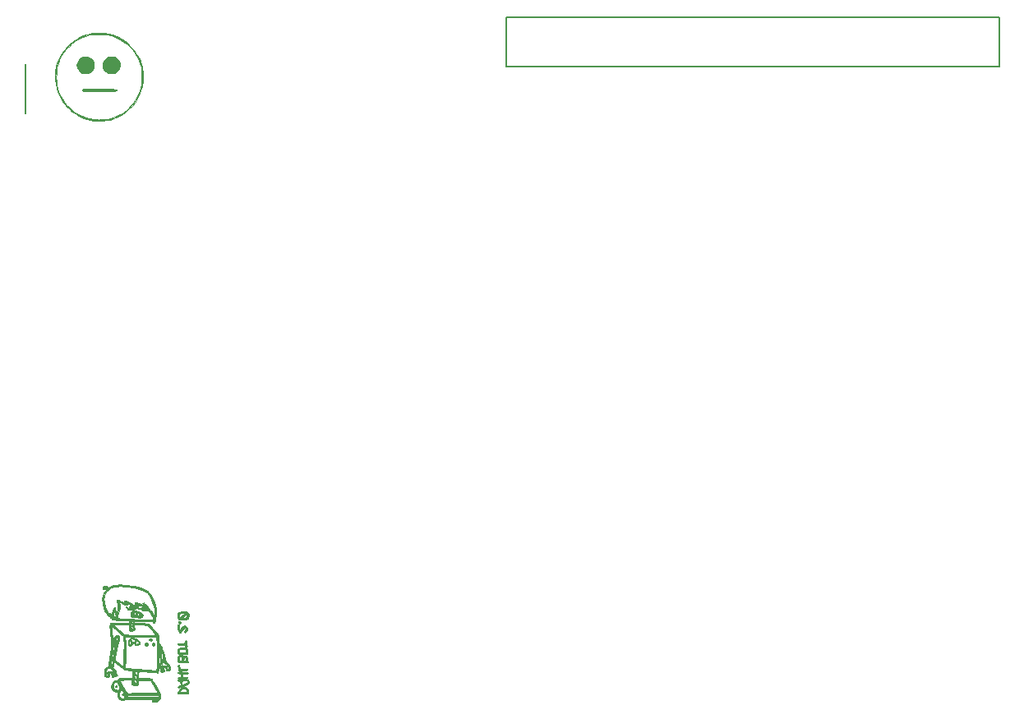
<source format=gbr>
G04 #@! TF.GenerationSoftware,KiCad,Pcbnew,(5.1.5)-3*
G04 #@! TF.CreationDate,2019-12-14T16:38:42-06:00*
G04 #@! TF.ProjectId,RaspberryPiBreakout_Hardware,52617370-6265-4727-9279-506942726561,rev?*
G04 #@! TF.SameCoordinates,Original*
G04 #@! TF.FileFunction,Legend,Bot*
G04 #@! TF.FilePolarity,Positive*
%FSLAX46Y46*%
G04 Gerber Fmt 4.6, Leading zero omitted, Abs format (unit mm)*
G04 Created by KiCad (PCBNEW (5.1.5)-3) date 2019-12-14 16:38:42*
%MOMM*%
%LPD*%
G04 APERTURE LIST*
%ADD10C,0.150000*%
%ADD11C,0.010000*%
G04 APERTURE END LIST*
D10*
X72390000Y-80010000D02*
X72390000Y-85090000D01*
X121920000Y-80264000D02*
X172720000Y-80264000D01*
X121920000Y-75184000D02*
X121920000Y-80264000D01*
X172720000Y-75184000D02*
X121920000Y-75184000D01*
X172720000Y-80264000D02*
X172720000Y-75184000D01*
D11*
G36*
X83257537Y-135914521D02*
G01*
X83256120Y-135923867D01*
X83282486Y-135963577D01*
X83292527Y-135968176D01*
X83323407Y-135951828D01*
X83328933Y-135923867D01*
X83311749Y-135881717D01*
X83292527Y-135879558D01*
X83257537Y-135914521D01*
G37*
X83257537Y-135914521D02*
X83256120Y-135923867D01*
X83282486Y-135963577D01*
X83292527Y-135968176D01*
X83323407Y-135951828D01*
X83328933Y-135923867D01*
X83311749Y-135881717D01*
X83292527Y-135879558D01*
X83257537Y-135914521D01*
G36*
X83541577Y-136291106D02*
G01*
X83450491Y-136329018D01*
X83403658Y-136363448D01*
X83295079Y-136491838D01*
X83241410Y-136639350D01*
X83245019Y-136790898D01*
X83308275Y-136931395D01*
X83313405Y-136938334D01*
X83350850Y-136977264D01*
X83397325Y-136988179D01*
X83476388Y-136974034D01*
X83516023Y-136963734D01*
X83649790Y-136932887D01*
X83749597Y-136927453D01*
X83844975Y-136949243D01*
X83943301Y-136989923D01*
X84106115Y-137046876D01*
X84238001Y-137051373D01*
X84352007Y-137002474D01*
X84407644Y-136956506D01*
X84490519Y-136845302D01*
X84495971Y-136808848D01*
X84339065Y-136808848D01*
X84320734Y-136858643D01*
X84286578Y-136876073D01*
X84277439Y-136872281D01*
X84248784Y-136824375D01*
X84243333Y-136785468D01*
X84261693Y-136728885D01*
X84302410Y-136726665D01*
X84329002Y-136755222D01*
X84339065Y-136808848D01*
X84495971Y-136808848D01*
X84506926Y-136735605D01*
X84458129Y-136629197D01*
X84435761Y-136609090D01*
X84110682Y-136609090D01*
X84110485Y-136670918D01*
X84100855Y-136712263D01*
X84074327Y-136785241D01*
X84041767Y-136802586D01*
X84016633Y-136792595D01*
X84006449Y-136779000D01*
X83497513Y-136779000D01*
X83483966Y-136819184D01*
X83449847Y-136806977D01*
X83408591Y-136748564D01*
X83402103Y-136735073D01*
X83373027Y-136657010D01*
X83363553Y-136608073D01*
X83379005Y-136600817D01*
X83414497Y-136633424D01*
X83455582Y-136687461D01*
X83487815Y-136744494D01*
X83497513Y-136779000D01*
X84006449Y-136779000D01*
X83975706Y-136737963D01*
X83958593Y-136656130D01*
X83964857Y-136592733D01*
X83762778Y-136592733D01*
X83757932Y-136686135D01*
X83728275Y-136719808D01*
X83681700Y-136693339D01*
X83626098Y-136606314D01*
X83623072Y-136600051D01*
X83581293Y-136508143D01*
X83572735Y-136462961D01*
X83600916Y-136450361D01*
X83659133Y-136455017D01*
X83722010Y-136471599D01*
X83751635Y-136516076D01*
X83762778Y-136592733D01*
X83964857Y-136592733D01*
X83966323Y-136577907D01*
X84004348Y-136555938D01*
X84076681Y-136578180D01*
X84110682Y-136609090D01*
X84435761Y-136609090D01*
X84345390Y-136527858D01*
X84169974Y-136433370D01*
X83987639Y-136364650D01*
X83796746Y-136308894D01*
X83652527Y-136284388D01*
X83541577Y-136291106D01*
G37*
X83541577Y-136291106D02*
X83450491Y-136329018D01*
X83403658Y-136363448D01*
X83295079Y-136491838D01*
X83241410Y-136639350D01*
X83245019Y-136790898D01*
X83308275Y-136931395D01*
X83313405Y-136938334D01*
X83350850Y-136977264D01*
X83397325Y-136988179D01*
X83476388Y-136974034D01*
X83516023Y-136963734D01*
X83649790Y-136932887D01*
X83749597Y-136927453D01*
X83844975Y-136949243D01*
X83943301Y-136989923D01*
X84106115Y-137046876D01*
X84238001Y-137051373D01*
X84352007Y-137002474D01*
X84407644Y-136956506D01*
X84490519Y-136845302D01*
X84495971Y-136808848D01*
X84339065Y-136808848D01*
X84320734Y-136858643D01*
X84286578Y-136876073D01*
X84277439Y-136872281D01*
X84248784Y-136824375D01*
X84243333Y-136785468D01*
X84261693Y-136728885D01*
X84302410Y-136726665D01*
X84329002Y-136755222D01*
X84339065Y-136808848D01*
X84495971Y-136808848D01*
X84506926Y-136735605D01*
X84458129Y-136629197D01*
X84435761Y-136609090D01*
X84110682Y-136609090D01*
X84110485Y-136670918D01*
X84100855Y-136712263D01*
X84074327Y-136785241D01*
X84041767Y-136802586D01*
X84016633Y-136792595D01*
X84006449Y-136779000D01*
X83497513Y-136779000D01*
X83483966Y-136819184D01*
X83449847Y-136806977D01*
X83408591Y-136748564D01*
X83402103Y-136735073D01*
X83373027Y-136657010D01*
X83363553Y-136608073D01*
X83379005Y-136600817D01*
X83414497Y-136633424D01*
X83455582Y-136687461D01*
X83487815Y-136744494D01*
X83497513Y-136779000D01*
X84006449Y-136779000D01*
X83975706Y-136737963D01*
X83958593Y-136656130D01*
X83964857Y-136592733D01*
X83762778Y-136592733D01*
X83757932Y-136686135D01*
X83728275Y-136719808D01*
X83681700Y-136693339D01*
X83626098Y-136606314D01*
X83623072Y-136600051D01*
X83581293Y-136508143D01*
X83572735Y-136462961D01*
X83600916Y-136450361D01*
X83659133Y-136455017D01*
X83722010Y-136471599D01*
X83751635Y-136516076D01*
X83762778Y-136592733D01*
X83964857Y-136592733D01*
X83966323Y-136577907D01*
X84004348Y-136555938D01*
X84076681Y-136578180D01*
X84110682Y-136609090D01*
X84435761Y-136609090D01*
X84345390Y-136527858D01*
X84169974Y-136433370D01*
X83987639Y-136364650D01*
X83796746Y-136308894D01*
X83652527Y-136284388D01*
X83541577Y-136291106D01*
G36*
X85193332Y-139190268D02*
G01*
X85135419Y-139262425D01*
X85137444Y-139315566D01*
X85202019Y-139365732D01*
X85223785Y-139377397D01*
X85334353Y-139421702D01*
X85409316Y-139416446D01*
X85461018Y-139359907D01*
X85469265Y-139343149D01*
X85476798Y-139317873D01*
X85357499Y-139317873D01*
X85323564Y-139310767D01*
X85317139Y-139308356D01*
X85275668Y-139281527D01*
X85275370Y-139266274D01*
X85311196Y-139270073D01*
X85336098Y-139289398D01*
X85357499Y-139317873D01*
X85476798Y-139317873D01*
X85491022Y-139270154D01*
X85468730Y-139220055D01*
X85460073Y-139211317D01*
X85358717Y-139148127D01*
X85260226Y-139147672D01*
X85193332Y-139190268D01*
G37*
X85193332Y-139190268D02*
X85135419Y-139262425D01*
X85137444Y-139315566D01*
X85202019Y-139365732D01*
X85223785Y-139377397D01*
X85334353Y-139421702D01*
X85409316Y-139416446D01*
X85461018Y-139359907D01*
X85469265Y-139343149D01*
X85476798Y-139317873D01*
X85357499Y-139317873D01*
X85323564Y-139310767D01*
X85317139Y-139308356D01*
X85275668Y-139281527D01*
X85275370Y-139266274D01*
X85311196Y-139270073D01*
X85336098Y-139289398D01*
X85357499Y-139317873D01*
X85476798Y-139317873D01*
X85491022Y-139270154D01*
X85468730Y-139220055D01*
X85460073Y-139211317D01*
X85358717Y-139148127D01*
X85260226Y-139147672D01*
X85193332Y-139190268D01*
G36*
X83274241Y-139120643D02*
G01*
X83167126Y-139165265D01*
X83092857Y-139251479D01*
X83042795Y-139388423D01*
X83014374Y-139540636D01*
X82996516Y-139701502D01*
X83002227Y-139807087D01*
X83037504Y-139867522D01*
X83108344Y-139892940D01*
X83220744Y-139893473D01*
X83223114Y-139893322D01*
X83319175Y-139883739D01*
X83367760Y-139861498D01*
X83389093Y-139811830D01*
X83396667Y-139766586D01*
X83426099Y-139674626D01*
X83432051Y-139669891D01*
X83295067Y-139669891D01*
X83277935Y-139750791D01*
X83217998Y-139790185D01*
X83151133Y-139798926D01*
X83117351Y-139790266D01*
X83099292Y-139750557D01*
X83092469Y-139665043D01*
X83091867Y-139604045D01*
X83095391Y-139493872D01*
X83104509Y-139413023D01*
X83113990Y-139384366D01*
X83147181Y-139390121D01*
X83193713Y-139440107D01*
X83241756Y-139515671D01*
X83279482Y-139598161D01*
X83295062Y-139668925D01*
X83295067Y-139669891D01*
X83432051Y-139669891D01*
X83470858Y-139639021D01*
X83547793Y-139650275D01*
X83628728Y-139696919D01*
X83687504Y-139760296D01*
X83701467Y-139803496D01*
X83708900Y-139854071D01*
X83739873Y-139876063D01*
X83807398Y-139871358D01*
X83924485Y-139841841D01*
X83938533Y-139837851D01*
X84074398Y-139796479D01*
X84155883Y-139760664D01*
X84194419Y-139719927D01*
X84201432Y-139663789D01*
X84195126Y-139620750D01*
X84084028Y-139620750D01*
X84081446Y-139671506D01*
X84066994Y-139680886D01*
X83994517Y-139704262D01*
X83972400Y-139711577D01*
X83861307Y-139729123D01*
X83787837Y-139693114D01*
X83768989Y-139665740D01*
X83751640Y-139597682D01*
X83774126Y-139511721D01*
X83788590Y-139479473D01*
X83834948Y-139393871D01*
X83874341Y-139367768D01*
X83923358Y-139397157D01*
X83962264Y-139437534D01*
X84042791Y-139539252D01*
X84084028Y-139620750D01*
X84195126Y-139620750D01*
X84192776Y-139604718D01*
X84148376Y-139463270D01*
X84066908Y-139359821D01*
X83968816Y-139291522D01*
X83768142Y-139291522D01*
X83697592Y-139411094D01*
X83621448Y-139504640D01*
X83541183Y-139531649D01*
X83454655Y-139491990D01*
X83363628Y-139390969D01*
X83309613Y-139305213D01*
X83282516Y-139239198D01*
X83283163Y-139217729D01*
X83328417Y-139200391D01*
X83417021Y-139199923D01*
X83527285Y-139214272D01*
X83637522Y-139241386D01*
X83675538Y-139254863D01*
X83768142Y-139291522D01*
X83968816Y-139291522D01*
X83967611Y-139290683D01*
X83803287Y-139201021D01*
X83671725Y-139145459D01*
X83551877Y-139116957D01*
X83422836Y-139108477D01*
X83274241Y-139120643D01*
G37*
X83274241Y-139120643D02*
X83167126Y-139165265D01*
X83092857Y-139251479D01*
X83042795Y-139388423D01*
X83014374Y-139540636D01*
X82996516Y-139701502D01*
X83002227Y-139807087D01*
X83037504Y-139867522D01*
X83108344Y-139892940D01*
X83220744Y-139893473D01*
X83223114Y-139893322D01*
X83319175Y-139883739D01*
X83367760Y-139861498D01*
X83389093Y-139811830D01*
X83396667Y-139766586D01*
X83426099Y-139674626D01*
X83432051Y-139669891D01*
X83295067Y-139669891D01*
X83277935Y-139750791D01*
X83217998Y-139790185D01*
X83151133Y-139798926D01*
X83117351Y-139790266D01*
X83099292Y-139750557D01*
X83092469Y-139665043D01*
X83091867Y-139604045D01*
X83095391Y-139493872D01*
X83104509Y-139413023D01*
X83113990Y-139384366D01*
X83147181Y-139390121D01*
X83193713Y-139440107D01*
X83241756Y-139515671D01*
X83279482Y-139598161D01*
X83295062Y-139668925D01*
X83295067Y-139669891D01*
X83432051Y-139669891D01*
X83470858Y-139639021D01*
X83547793Y-139650275D01*
X83628728Y-139696919D01*
X83687504Y-139760296D01*
X83701467Y-139803496D01*
X83708900Y-139854071D01*
X83739873Y-139876063D01*
X83807398Y-139871358D01*
X83924485Y-139841841D01*
X83938533Y-139837851D01*
X84074398Y-139796479D01*
X84155883Y-139760664D01*
X84194419Y-139719927D01*
X84201432Y-139663789D01*
X84195126Y-139620750D01*
X84084028Y-139620750D01*
X84081446Y-139671506D01*
X84066994Y-139680886D01*
X83994517Y-139704262D01*
X83972400Y-139711577D01*
X83861307Y-139729123D01*
X83787837Y-139693114D01*
X83768989Y-139665740D01*
X83751640Y-139597682D01*
X83774126Y-139511721D01*
X83788590Y-139479473D01*
X83834948Y-139393871D01*
X83874341Y-139367768D01*
X83923358Y-139397157D01*
X83962264Y-139437534D01*
X84042791Y-139539252D01*
X84084028Y-139620750D01*
X84195126Y-139620750D01*
X84192776Y-139604718D01*
X84148376Y-139463270D01*
X84066908Y-139359821D01*
X83968816Y-139291522D01*
X83768142Y-139291522D01*
X83697592Y-139411094D01*
X83621448Y-139504640D01*
X83541183Y-139531649D01*
X83454655Y-139491990D01*
X83363628Y-139390969D01*
X83309613Y-139305213D01*
X83282516Y-139239198D01*
X83283163Y-139217729D01*
X83328417Y-139200391D01*
X83417021Y-139199923D01*
X83527285Y-139214272D01*
X83637522Y-139241386D01*
X83675538Y-139254863D01*
X83768142Y-139291522D01*
X83968816Y-139291522D01*
X83967611Y-139290683D01*
X83803287Y-139201021D01*
X83671725Y-139145459D01*
X83551877Y-139116957D01*
X83422836Y-139108477D01*
X83274241Y-139120643D01*
G36*
X85472970Y-139647199D02*
G01*
X85434280Y-139706176D01*
X85441279Y-139779018D01*
X85503935Y-139850480D01*
X85607228Y-139898199D01*
X85689419Y-139884453D01*
X85734883Y-139832820D01*
X85744279Y-139794670D01*
X85648011Y-139794670D01*
X85608366Y-139788640D01*
X85549194Y-139749723D01*
X85504092Y-139712558D01*
X85514836Y-139700912D01*
X85554037Y-139700000D01*
X85619920Y-139721545D01*
X85644114Y-139750800D01*
X85648011Y-139794670D01*
X85744279Y-139794670D01*
X85757602Y-139740576D01*
X85715971Y-139669364D01*
X85647450Y-139631754D01*
X85547358Y-139617315D01*
X85472970Y-139647199D01*
G37*
X85472970Y-139647199D02*
X85434280Y-139706176D01*
X85441279Y-139779018D01*
X85503935Y-139850480D01*
X85607228Y-139898199D01*
X85689419Y-139884453D01*
X85734883Y-139832820D01*
X85744279Y-139794670D01*
X85648011Y-139794670D01*
X85608366Y-139788640D01*
X85549194Y-139749723D01*
X85504092Y-139712558D01*
X85514836Y-139700912D01*
X85554037Y-139700000D01*
X85619920Y-139721545D01*
X85644114Y-139750800D01*
X85648011Y-139794670D01*
X85744279Y-139794670D01*
X85757602Y-139740576D01*
X85715971Y-139669364D01*
X85647450Y-139631754D01*
X85547358Y-139617315D01*
X85472970Y-139647199D01*
G36*
X84783449Y-139623090D02*
G01*
X84726627Y-139692604D01*
X84717985Y-139749107D01*
X84737844Y-139842440D01*
X84804232Y-139897258D01*
X84859382Y-139915058D01*
X84939869Y-139918031D01*
X84998341Y-139868870D01*
X85003316Y-139861937D01*
X85050597Y-139756069D01*
X85050203Y-139753082D01*
X84954533Y-139753082D01*
X84931983Y-139794827D01*
X84879803Y-139794719D01*
X84821202Y-139753288D01*
X84818387Y-139749982D01*
X84791537Y-139699568D01*
X84794755Y-139679156D01*
X84843259Y-139670414D01*
X84906071Y-139694363D01*
X84949832Y-139735570D01*
X84954533Y-139753082D01*
X85050203Y-139753082D01*
X85039156Y-139669539D01*
X84973962Y-139613589D01*
X84886800Y-139598400D01*
X84783449Y-139623090D01*
G37*
X84783449Y-139623090D02*
X84726627Y-139692604D01*
X84717985Y-139749107D01*
X84737844Y-139842440D01*
X84804232Y-139897258D01*
X84859382Y-139915058D01*
X84939869Y-139918031D01*
X84998341Y-139868870D01*
X85003316Y-139861937D01*
X85050597Y-139756069D01*
X85050203Y-139753082D01*
X84954533Y-139753082D01*
X84931983Y-139794827D01*
X84879803Y-139794719D01*
X84821202Y-139753288D01*
X84818387Y-139749982D01*
X84791537Y-139699568D01*
X84794755Y-139679156D01*
X84843259Y-139670414D01*
X84906071Y-139694363D01*
X84949832Y-139735570D01*
X84954533Y-139753082D01*
X85050203Y-139753082D01*
X85039156Y-139669539D01*
X84973962Y-139613589D01*
X84886800Y-139598400D01*
X84783449Y-139623090D01*
G36*
X81726762Y-144028658D02*
G01*
X81683423Y-144091306D01*
X81681548Y-144153036D01*
X81720606Y-144200472D01*
X81776882Y-144182609D01*
X81798160Y-144163627D01*
X81832548Y-144102581D01*
X81834405Y-144039836D01*
X81804752Y-144002996D01*
X81792147Y-144001067D01*
X81726762Y-144028658D01*
G37*
X81726762Y-144028658D02*
X81683423Y-144091306D01*
X81681548Y-144153036D01*
X81720606Y-144200472D01*
X81776882Y-144182609D01*
X81798160Y-144163627D01*
X81832548Y-144102581D01*
X81834405Y-144039836D01*
X81804752Y-144002996D01*
X81792147Y-144001067D01*
X81726762Y-144028658D01*
G36*
X82415968Y-144864211D02*
G01*
X82358629Y-144907378D01*
X82353292Y-144958056D01*
X82381794Y-145027054D01*
X82433912Y-145034068D01*
X82499178Y-144983224D01*
X82535764Y-144913822D01*
X82515248Y-144866774D01*
X82447814Y-144856645D01*
X82415968Y-144864211D01*
G37*
X82415968Y-144864211D02*
X82358629Y-144907378D01*
X82353292Y-144958056D01*
X82381794Y-145027054D01*
X82433912Y-145034068D01*
X82499178Y-144983224D01*
X82535764Y-144913822D01*
X82515248Y-144866774D01*
X82447814Y-144856645D01*
X82415968Y-144864211D01*
G36*
X88574878Y-136380229D02*
G01*
X88427035Y-136395805D01*
X88312263Y-136421873D01*
X88293277Y-136429074D01*
X88170729Y-136496558D01*
X88100994Y-136581139D01*
X88075109Y-136699043D01*
X88078917Y-136817277D01*
X88096935Y-136945401D01*
X88123822Y-137060536D01*
X88143287Y-137114158D01*
X88169731Y-137162304D01*
X88203110Y-137191392D01*
X88259733Y-137206654D01*
X88355909Y-137213319D01*
X88460084Y-137215755D01*
X88628017Y-137212859D01*
X88805627Y-137200478D01*
X88950800Y-137181847D01*
X89069270Y-137159109D01*
X89139358Y-137135244D01*
X89179492Y-137097960D01*
X89208098Y-137034971D01*
X89219456Y-137002670D01*
X89245386Y-136861411D01*
X89239498Y-136751831D01*
X89047631Y-136751831D01*
X89045931Y-136809379D01*
X89036844Y-136908388D01*
X89014323Y-136961781D01*
X88960808Y-136991549D01*
X88883067Y-137013341D01*
X88734693Y-137048713D01*
X88648145Y-137058957D01*
X88621091Y-137040661D01*
X88651199Y-136990413D01*
X88736137Y-136904798D01*
X88780781Y-136863667D01*
X88881744Y-136773594D01*
X88965079Y-136702511D01*
X89017184Y-136661903D01*
X89025617Y-136656979D01*
X89041346Y-136679960D01*
X89047631Y-136751831D01*
X89239498Y-136751831D01*
X89237221Y-136709471D01*
X89199542Y-136568529D01*
X89191667Y-136554910D01*
X88823684Y-136554910D01*
X88726375Y-136658550D01*
X88644771Y-136738050D01*
X88537361Y-136833350D01*
X88461258Y-136896445D01*
X88369277Y-136967484D01*
X88315242Y-136999272D01*
X88285808Y-136996799D01*
X88268905Y-136968350D01*
X88250378Y-136889534D01*
X88241980Y-136798353D01*
X88260189Y-136700514D01*
X88308805Y-136618628D01*
X88369019Y-136579825D01*
X88412501Y-136576023D01*
X88503083Y-136570515D01*
X88607842Y-136565146D01*
X88823684Y-136554910D01*
X89191667Y-136554910D01*
X89136933Y-136460262D01*
X89097350Y-136424920D01*
X89017029Y-136397492D01*
X88889856Y-136380969D01*
X88735812Y-136375250D01*
X88574878Y-136380229D01*
G37*
X88574878Y-136380229D02*
X88427035Y-136395805D01*
X88312263Y-136421873D01*
X88293277Y-136429074D01*
X88170729Y-136496558D01*
X88100994Y-136581139D01*
X88075109Y-136699043D01*
X88078917Y-136817277D01*
X88096935Y-136945401D01*
X88123822Y-137060536D01*
X88143287Y-137114158D01*
X88169731Y-137162304D01*
X88203110Y-137191392D01*
X88259733Y-137206654D01*
X88355909Y-137213319D01*
X88460084Y-137215755D01*
X88628017Y-137212859D01*
X88805627Y-137200478D01*
X88950800Y-137181847D01*
X89069270Y-137159109D01*
X89139358Y-137135244D01*
X89179492Y-137097960D01*
X89208098Y-137034971D01*
X89219456Y-137002670D01*
X89245386Y-136861411D01*
X89239498Y-136751831D01*
X89047631Y-136751831D01*
X89045931Y-136809379D01*
X89036844Y-136908388D01*
X89014323Y-136961781D01*
X88960808Y-136991549D01*
X88883067Y-137013341D01*
X88734693Y-137048713D01*
X88648145Y-137058957D01*
X88621091Y-137040661D01*
X88651199Y-136990413D01*
X88736137Y-136904798D01*
X88780781Y-136863667D01*
X88881744Y-136773594D01*
X88965079Y-136702511D01*
X89017184Y-136661903D01*
X89025617Y-136656979D01*
X89041346Y-136679960D01*
X89047631Y-136751831D01*
X89239498Y-136751831D01*
X89237221Y-136709471D01*
X89199542Y-136568529D01*
X89191667Y-136554910D01*
X88823684Y-136554910D01*
X88726375Y-136658550D01*
X88644771Y-136738050D01*
X88537361Y-136833350D01*
X88461258Y-136896445D01*
X88369277Y-136967484D01*
X88315242Y-136999272D01*
X88285808Y-136996799D01*
X88268905Y-136968350D01*
X88250378Y-136889534D01*
X88241980Y-136798353D01*
X88260189Y-136700514D01*
X88308805Y-136618628D01*
X88369019Y-136579825D01*
X88412501Y-136576023D01*
X88503083Y-136570515D01*
X88607842Y-136565146D01*
X88823684Y-136554910D01*
X89191667Y-136554910D01*
X89136933Y-136460262D01*
X89097350Y-136424920D01*
X89017029Y-136397492D01*
X88889856Y-136380969D01*
X88735812Y-136375250D01*
X88574878Y-136380229D01*
G36*
X88217030Y-137421017D02*
G01*
X88183150Y-137484015D01*
X88190314Y-137571171D01*
X88234981Y-137619625D01*
X88306431Y-137633463D01*
X88373088Y-137611536D01*
X88398453Y-137578730D01*
X88398116Y-137498195D01*
X88347657Y-137430989D01*
X88282785Y-137403743D01*
X88217030Y-137421017D01*
G37*
X88217030Y-137421017D02*
X88183150Y-137484015D01*
X88190314Y-137571171D01*
X88234981Y-137619625D01*
X88306431Y-137633463D01*
X88373088Y-137611536D01*
X88398453Y-137578730D01*
X88398116Y-137498195D01*
X88347657Y-137430989D01*
X88282785Y-137403743D01*
X88217030Y-137421017D01*
G36*
X88121174Y-137723445D02*
G01*
X88091406Y-137755394D01*
X88084372Y-137828824D01*
X88090083Y-137899806D01*
X88119548Y-138124308D01*
X88152629Y-138309066D01*
X88187416Y-138445391D01*
X88222002Y-138524593D01*
X88229250Y-138533345D01*
X88277685Y-138572291D01*
X88326236Y-138572917D01*
X88392000Y-138544409D01*
X88446353Y-138497666D01*
X88514462Y-138412753D01*
X88560393Y-138342626D01*
X88659431Y-138195183D01*
X88754495Y-138087033D01*
X88837601Y-138025852D01*
X88897978Y-138018138D01*
X88944569Y-138065879D01*
X88936967Y-138150215D01*
X88875724Y-138267854D01*
X88849821Y-138305235D01*
X88790771Y-138402814D01*
X88767090Y-138478258D01*
X88769465Y-138498373D01*
X88812666Y-138541597D01*
X88880144Y-138531582D01*
X88960866Y-138472895D01*
X89029913Y-138390640D01*
X89090907Y-138291544D01*
X89113180Y-138212329D01*
X89106637Y-138131609D01*
X89057943Y-137990270D01*
X88977963Y-137889162D01*
X88877200Y-137840124D01*
X88845550Y-137837334D01*
X88740766Y-137854271D01*
X88643535Y-137910857D01*
X88542370Y-138015757D01*
X88458395Y-138129328D01*
X88384808Y-138228046D01*
X88333960Y-138271552D01*
X88301717Y-138256935D01*
X88283948Y-138181279D01*
X88276521Y-138041673D01*
X88275847Y-138000619D01*
X88260905Y-137855279D01*
X88222709Y-137758848D01*
X88164981Y-137717996D01*
X88121174Y-137723445D01*
G37*
X88121174Y-137723445D02*
X88091406Y-137755394D01*
X88084372Y-137828824D01*
X88090083Y-137899806D01*
X88119548Y-138124308D01*
X88152629Y-138309066D01*
X88187416Y-138445391D01*
X88222002Y-138524593D01*
X88229250Y-138533345D01*
X88277685Y-138572291D01*
X88326236Y-138572917D01*
X88392000Y-138544409D01*
X88446353Y-138497666D01*
X88514462Y-138412753D01*
X88560393Y-138342626D01*
X88659431Y-138195183D01*
X88754495Y-138087033D01*
X88837601Y-138025852D01*
X88897978Y-138018138D01*
X88944569Y-138065879D01*
X88936967Y-138150215D01*
X88875724Y-138267854D01*
X88849821Y-138305235D01*
X88790771Y-138402814D01*
X88767090Y-138478258D01*
X88769465Y-138498373D01*
X88812666Y-138541597D01*
X88880144Y-138531582D01*
X88960866Y-138472895D01*
X89029913Y-138390640D01*
X89090907Y-138291544D01*
X89113180Y-138212329D01*
X89106637Y-138131609D01*
X89057943Y-137990270D01*
X88977963Y-137889162D01*
X88877200Y-137840124D01*
X88845550Y-137837334D01*
X88740766Y-137854271D01*
X88643535Y-137910857D01*
X88542370Y-138015757D01*
X88458395Y-138129328D01*
X88384808Y-138228046D01*
X88333960Y-138271552D01*
X88301717Y-138256935D01*
X88283948Y-138181279D01*
X88276521Y-138041673D01*
X88275847Y-138000619D01*
X88260905Y-137855279D01*
X88222709Y-137758848D01*
X88164981Y-137717996D01*
X88121174Y-137723445D01*
G36*
X88896097Y-139375078D02*
G01*
X88858782Y-139409794D01*
X88855198Y-139483392D01*
X88858919Y-139509705D01*
X88877306Y-139623010D01*
X88651586Y-139644331D01*
X88502895Y-139655933D01*
X88353023Y-139663777D01*
X88262644Y-139665893D01*
X88164962Y-139668929D01*
X88118723Y-139683081D01*
X88107705Y-139716488D01*
X88110244Y-139742334D01*
X88117714Y-139775259D01*
X88136931Y-139796697D01*
X88179882Y-139808745D01*
X88258553Y-139813501D01*
X88384931Y-139813064D01*
X88502066Y-139810914D01*
X88668176Y-139808572D01*
X88777984Y-139810480D01*
X88842867Y-139818153D01*
X88874200Y-139833105D01*
X88883360Y-139856851D01*
X88883529Y-139861714D01*
X88892745Y-139943939D01*
X88902904Y-139990566D01*
X88907084Y-140021085D01*
X88893230Y-140043262D01*
X88850586Y-140060390D01*
X88768392Y-140075761D01*
X88635889Y-140092668D01*
X88530130Y-140104656D01*
X88138444Y-140148312D01*
X88104425Y-140274651D01*
X88089332Y-140396428D01*
X88097281Y-140536427D01*
X88124513Y-140667115D01*
X88167267Y-140760959D01*
X88171575Y-140766449D01*
X88238773Y-140800226D01*
X88360074Y-140812931D01*
X88525109Y-140804247D01*
X88679867Y-140782005D01*
X88813999Y-140763740D01*
X88951487Y-140753117D01*
X88976200Y-140752377D01*
X89120133Y-140749867D01*
X89119925Y-140538200D01*
X89114452Y-140452888D01*
X88950281Y-140452888D01*
X88949530Y-140509238D01*
X88940414Y-140550295D01*
X88913436Y-140579112D01*
X88859103Y-140598738D01*
X88767918Y-140612223D01*
X88630388Y-140622619D01*
X88437016Y-140632974D01*
X88380878Y-140635811D01*
X88301231Y-140610175D01*
X88266513Y-140561864D01*
X88245072Y-140458385D01*
X88268198Y-140365344D01*
X88328789Y-140305350D01*
X88349372Y-140298062D01*
X88421854Y-140284908D01*
X88536128Y-140269222D01*
X88657831Y-140255428D01*
X88798198Y-140245765D01*
X88884820Y-140257435D01*
X88930484Y-140299072D01*
X88947974Y-140379309D01*
X88950281Y-140452888D01*
X89114452Y-140452888D01*
X89110854Y-140396813D01*
X89087143Y-140276799D01*
X89068765Y-140228836D01*
X89040926Y-140150695D01*
X89043210Y-140095097D01*
X89044310Y-140093370D01*
X89062715Y-140032314D01*
X89064875Y-139970933D01*
X89060587Y-139893312D01*
X89055309Y-139775183D01*
X89050762Y-139657739D01*
X89035842Y-139500003D01*
X89003276Y-139404324D01*
X88950948Y-139366830D01*
X88896097Y-139375078D01*
G37*
X88896097Y-139375078D02*
X88858782Y-139409794D01*
X88855198Y-139483392D01*
X88858919Y-139509705D01*
X88877306Y-139623010D01*
X88651586Y-139644331D01*
X88502895Y-139655933D01*
X88353023Y-139663777D01*
X88262644Y-139665893D01*
X88164962Y-139668929D01*
X88118723Y-139683081D01*
X88107705Y-139716488D01*
X88110244Y-139742334D01*
X88117714Y-139775259D01*
X88136931Y-139796697D01*
X88179882Y-139808745D01*
X88258553Y-139813501D01*
X88384931Y-139813064D01*
X88502066Y-139810914D01*
X88668176Y-139808572D01*
X88777984Y-139810480D01*
X88842867Y-139818153D01*
X88874200Y-139833105D01*
X88883360Y-139856851D01*
X88883529Y-139861714D01*
X88892745Y-139943939D01*
X88902904Y-139990566D01*
X88907084Y-140021085D01*
X88893230Y-140043262D01*
X88850586Y-140060390D01*
X88768392Y-140075761D01*
X88635889Y-140092668D01*
X88530130Y-140104656D01*
X88138444Y-140148312D01*
X88104425Y-140274651D01*
X88089332Y-140396428D01*
X88097281Y-140536427D01*
X88124513Y-140667115D01*
X88167267Y-140760959D01*
X88171575Y-140766449D01*
X88238773Y-140800226D01*
X88360074Y-140812931D01*
X88525109Y-140804247D01*
X88679867Y-140782005D01*
X88813999Y-140763740D01*
X88951487Y-140753117D01*
X88976200Y-140752377D01*
X89120133Y-140749867D01*
X89119925Y-140538200D01*
X89114452Y-140452888D01*
X88950281Y-140452888D01*
X88949530Y-140509238D01*
X88940414Y-140550295D01*
X88913436Y-140579112D01*
X88859103Y-140598738D01*
X88767918Y-140612223D01*
X88630388Y-140622619D01*
X88437016Y-140632974D01*
X88380878Y-140635811D01*
X88301231Y-140610175D01*
X88266513Y-140561864D01*
X88245072Y-140458385D01*
X88268198Y-140365344D01*
X88328789Y-140305350D01*
X88349372Y-140298062D01*
X88421854Y-140284908D01*
X88536128Y-140269222D01*
X88657831Y-140255428D01*
X88798198Y-140245765D01*
X88884820Y-140257435D01*
X88930484Y-140299072D01*
X88947974Y-140379309D01*
X88950281Y-140452888D01*
X89114452Y-140452888D01*
X89110854Y-140396813D01*
X89087143Y-140276799D01*
X89068765Y-140228836D01*
X89040926Y-140150695D01*
X89043210Y-140095097D01*
X89044310Y-140093370D01*
X89062715Y-140032314D01*
X89064875Y-139970933D01*
X89060587Y-139893312D01*
X89055309Y-139775183D01*
X89050762Y-139657739D01*
X89035842Y-139500003D01*
X89003276Y-139404324D01*
X88950948Y-139366830D01*
X88896097Y-139375078D01*
G36*
X88273377Y-140881978D02*
G01*
X88177447Y-140910336D01*
X88136507Y-140937932D01*
X88117844Y-140994947D01*
X88106215Y-141098905D01*
X88101596Y-141229387D01*
X88103961Y-141365972D01*
X88113288Y-141488240D01*
X88129550Y-141575770D01*
X88137297Y-141595220D01*
X88177527Y-141639651D01*
X88247663Y-141655911D01*
X88316581Y-141655033D01*
X88412773Y-141650764D01*
X88553865Y-141645605D01*
X88717042Y-141640359D01*
X88811404Y-141637632D01*
X89163075Y-141627930D01*
X89146609Y-141422791D01*
X88976260Y-141422791D01*
X88945960Y-141452753D01*
X88875527Y-141460761D01*
X88830732Y-141461067D01*
X88676797Y-141461067D01*
X88699723Y-141334067D01*
X88734621Y-141194840D01*
X88762458Y-141146534D01*
X88552467Y-141146534D01*
X88526347Y-141284083D01*
X88506470Y-141351000D01*
X88472517Y-141427206D01*
X88419664Y-141456953D01*
X88355507Y-141461067D01*
X88239600Y-141461067D01*
X88239600Y-141273962D01*
X88242595Y-141164859D01*
X88257033Y-141103462D01*
X88291098Y-141069822D01*
X88330513Y-141052292D01*
X88423434Y-141029647D01*
X88491380Y-141027730D01*
X88540850Y-141061911D01*
X88552467Y-141146534D01*
X88762458Y-141146534D01*
X88780321Y-141115538D01*
X88841308Y-141088647D01*
X88846371Y-141088533D01*
X88893768Y-141110120D01*
X88930557Y-141182495D01*
X88946779Y-141238997D01*
X88974007Y-141356373D01*
X88976260Y-141422791D01*
X89146609Y-141422791D01*
X89145610Y-141410353D01*
X89125249Y-141271114D01*
X89090868Y-141138332D01*
X89061220Y-141064455D01*
X89015742Y-140987049D01*
X88968502Y-140949023D01*
X88893900Y-140936066D01*
X88828614Y-140934405D01*
X88713327Y-140924875D01*
X88615254Y-140902838D01*
X88586771Y-140890900D01*
X88504333Y-140869513D01*
X88391103Y-140867455D01*
X88273377Y-140881978D01*
G37*
X88273377Y-140881978D02*
X88177447Y-140910336D01*
X88136507Y-140937932D01*
X88117844Y-140994947D01*
X88106215Y-141098905D01*
X88101596Y-141229387D01*
X88103961Y-141365972D01*
X88113288Y-141488240D01*
X88129550Y-141575770D01*
X88137297Y-141595220D01*
X88177527Y-141639651D01*
X88247663Y-141655911D01*
X88316581Y-141655033D01*
X88412773Y-141650764D01*
X88553865Y-141645605D01*
X88717042Y-141640359D01*
X88811404Y-141637632D01*
X89163075Y-141627930D01*
X89146609Y-141422791D01*
X88976260Y-141422791D01*
X88945960Y-141452753D01*
X88875527Y-141460761D01*
X88830732Y-141461067D01*
X88676797Y-141461067D01*
X88699723Y-141334067D01*
X88734621Y-141194840D01*
X88762458Y-141146534D01*
X88552467Y-141146534D01*
X88526347Y-141284083D01*
X88506470Y-141351000D01*
X88472517Y-141427206D01*
X88419664Y-141456953D01*
X88355507Y-141461067D01*
X88239600Y-141461067D01*
X88239600Y-141273962D01*
X88242595Y-141164859D01*
X88257033Y-141103462D01*
X88291098Y-141069822D01*
X88330513Y-141052292D01*
X88423434Y-141029647D01*
X88491380Y-141027730D01*
X88540850Y-141061911D01*
X88552467Y-141146534D01*
X88762458Y-141146534D01*
X88780321Y-141115538D01*
X88841308Y-141088647D01*
X88846371Y-141088533D01*
X88893768Y-141110120D01*
X88930557Y-141182495D01*
X88946779Y-141238997D01*
X88974007Y-141356373D01*
X88976260Y-141422791D01*
X89146609Y-141422791D01*
X89145610Y-141410353D01*
X89125249Y-141271114D01*
X89090868Y-141138332D01*
X89061220Y-141064455D01*
X89015742Y-140987049D01*
X88968502Y-140949023D01*
X88893900Y-140936066D01*
X88828614Y-140934405D01*
X88713327Y-140924875D01*
X88615254Y-140902838D01*
X88586771Y-140890900D01*
X88504333Y-140869513D01*
X88391103Y-140867455D01*
X88273377Y-140881978D01*
G36*
X88137095Y-141899054D02*
G01*
X88124453Y-141926734D01*
X88127112Y-141981909D01*
X88130461Y-142080459D01*
X88132920Y-142168515D01*
X88154394Y-142337692D01*
X88211759Y-142450958D01*
X88309585Y-142511911D01*
X88452439Y-142524148D01*
X88565195Y-142508932D01*
X88681252Y-142490899D01*
X88823736Y-142474403D01*
X88902246Y-142467534D01*
X89033983Y-142448002D01*
X89106681Y-142414732D01*
X89117404Y-142370118D01*
X89076360Y-142325617D01*
X89006765Y-142304531D01*
X88880919Y-142304413D01*
X88792300Y-142312458D01*
X88651609Y-142326227D01*
X88518174Y-142336205D01*
X88434333Y-142339861D01*
X88307333Y-142341600D01*
X88306871Y-142180734D01*
X88300149Y-142024267D01*
X88279097Y-141926630D01*
X88240762Y-141879881D01*
X88192852Y-141874157D01*
X88137095Y-141899054D01*
G37*
X88137095Y-141899054D02*
X88124453Y-141926734D01*
X88127112Y-141981909D01*
X88130461Y-142080459D01*
X88132920Y-142168515D01*
X88154394Y-142337692D01*
X88211759Y-142450958D01*
X88309585Y-142511911D01*
X88452439Y-142524148D01*
X88565195Y-142508932D01*
X88681252Y-142490899D01*
X88823736Y-142474403D01*
X88902246Y-142467534D01*
X89033983Y-142448002D01*
X89106681Y-142414732D01*
X89117404Y-142370118D01*
X89076360Y-142325617D01*
X89006765Y-142304531D01*
X88880919Y-142304413D01*
X88792300Y-142312458D01*
X88651609Y-142326227D01*
X88518174Y-142336205D01*
X88434333Y-142339861D01*
X88307333Y-142341600D01*
X88306871Y-142180734D01*
X88300149Y-142024267D01*
X88279097Y-141926630D01*
X88240762Y-141879881D01*
X88192852Y-141874157D01*
X88137095Y-141899054D01*
G36*
X88408257Y-142647703D02*
G01*
X88262946Y-142652075D01*
X88169198Y-142660215D01*
X88118949Y-142672820D01*
X88104133Y-142690427D01*
X88134299Y-142763028D01*
X88219855Y-142805837D01*
X88314107Y-142815734D01*
X88442800Y-142815734D01*
X88442800Y-142985067D01*
X88437399Y-143092670D01*
X88410992Y-143147416D01*
X88348269Y-143163939D01*
X88260486Y-143159366D01*
X88175401Y-143173226D01*
X88130709Y-143222977D01*
X88139903Y-143293423D01*
X88154624Y-143319275D01*
X88173520Y-143336945D01*
X88206935Y-143346745D01*
X88265214Y-143348987D01*
X88358699Y-143343983D01*
X88497735Y-143332046D01*
X88692666Y-143313488D01*
X88719466Y-143310912D01*
X88876662Y-143294055D01*
X89008497Y-143276625D01*
X89100683Y-143260735D01*
X89138516Y-143248994D01*
X89148345Y-143201113D01*
X89140460Y-143167966D01*
X89120017Y-143138998D01*
X89077005Y-143124416D01*
X88996480Y-143122159D01*
X88865343Y-143130027D01*
X88612133Y-143149177D01*
X88612133Y-142823137D01*
X88863854Y-142810425D01*
X89011179Y-142800284D01*
X89101091Y-142785223D01*
X89143908Y-142761103D01*
X89149946Y-142723783D01*
X89142313Y-142698661D01*
X89124804Y-142678116D01*
X89084043Y-142663615D01*
X89010177Y-142654184D01*
X88893351Y-142648849D01*
X88723711Y-142646639D01*
X88613196Y-142646400D01*
X88408257Y-142647703D01*
G37*
X88408257Y-142647703D02*
X88262946Y-142652075D01*
X88169198Y-142660215D01*
X88118949Y-142672820D01*
X88104133Y-142690427D01*
X88134299Y-142763028D01*
X88219855Y-142805837D01*
X88314107Y-142815734D01*
X88442800Y-142815734D01*
X88442800Y-142985067D01*
X88437399Y-143092670D01*
X88410992Y-143147416D01*
X88348269Y-143163939D01*
X88260486Y-143159366D01*
X88175401Y-143173226D01*
X88130709Y-143222977D01*
X88139903Y-143293423D01*
X88154624Y-143319275D01*
X88173520Y-143336945D01*
X88206935Y-143346745D01*
X88265214Y-143348987D01*
X88358699Y-143343983D01*
X88497735Y-143332046D01*
X88692666Y-143313488D01*
X88719466Y-143310912D01*
X88876662Y-143294055D01*
X89008497Y-143276625D01*
X89100683Y-143260735D01*
X89138516Y-143248994D01*
X89148345Y-143201113D01*
X89140460Y-143167966D01*
X89120017Y-143138998D01*
X89077005Y-143124416D01*
X88996480Y-143122159D01*
X88865343Y-143130027D01*
X88612133Y-143149177D01*
X88612133Y-142823137D01*
X88863854Y-142810425D01*
X89011179Y-142800284D01*
X89101091Y-142785223D01*
X89143908Y-142761103D01*
X89149946Y-142723783D01*
X89142313Y-142698661D01*
X89124804Y-142678116D01*
X89084043Y-142663615D01*
X89010177Y-142654184D01*
X88893351Y-142648849D01*
X88723711Y-142646639D01*
X88613196Y-142646400D01*
X88408257Y-142647703D01*
G36*
X88694411Y-143354264D02*
G01*
X88538644Y-143363614D01*
X88387509Y-143376565D01*
X88257463Y-143391957D01*
X88164963Y-143408629D01*
X88128423Y-143422672D01*
X88108603Y-143474570D01*
X88141410Y-143523870D01*
X88212826Y-143555873D01*
X88260157Y-143560800D01*
X88341232Y-143569527D01*
X88372677Y-143601756D01*
X88375066Y-143623807D01*
X88379566Y-143695620D01*
X88390844Y-143800025D01*
X88395917Y-143838933D01*
X88416767Y-143991053D01*
X88260450Y-144030414D01*
X88150985Y-144071125D01*
X88105678Y-144120777D01*
X88126024Y-144177197D01*
X88146466Y-144196183D01*
X88209721Y-144210779D01*
X88327003Y-144193692D01*
X88371647Y-144182799D01*
X88474722Y-144159679D01*
X88548579Y-144149883D01*
X88572025Y-144152869D01*
X88563621Y-144169117D01*
X88550142Y-144170400D01*
X88488101Y-144196706D01*
X88404173Y-144265760D01*
X88312201Y-144362767D01*
X88226029Y-144472934D01*
X88159501Y-144581465D01*
X88152895Y-144594939D01*
X88098696Y-144726250D01*
X88088222Y-144810892D01*
X88126098Y-144857504D01*
X88216948Y-144874724D01*
X88302490Y-144874408D01*
X88419746Y-144870276D01*
X88579566Y-144865017D01*
X88756807Y-144859446D01*
X88861042Y-144856294D01*
X89022193Y-144850945D01*
X89126909Y-144844530D01*
X89186466Y-144834281D01*
X89212138Y-144817429D01*
X89215204Y-144791205D01*
X89211007Y-144770353D01*
X89194848Y-144696485D01*
X89190452Y-144675425D01*
X89025513Y-144675425D01*
X88759557Y-144687031D01*
X88618681Y-144693526D01*
X88493051Y-144699927D01*
X88407305Y-144704969D01*
X88400466Y-144705451D01*
X88333005Y-144703110D01*
X88307333Y-144688962D01*
X88328844Y-144636442D01*
X88382532Y-144557624D01*
X88452132Y-144473553D01*
X88521377Y-144405272D01*
X88535042Y-144394387D01*
X88624402Y-144349294D01*
X88738613Y-144317989D01*
X88765206Y-144314160D01*
X88862930Y-144311749D01*
X88926352Y-144339387D01*
X88967593Y-144409166D01*
X88998770Y-144533179D01*
X89002084Y-144550536D01*
X89025513Y-144675425D01*
X89190452Y-144675425D01*
X89171495Y-144584614D01*
X89153398Y-144495627D01*
X89105771Y-144328310D01*
X89036496Y-144218457D01*
X88935945Y-144156874D01*
X88794490Y-144134368D01*
X88774539Y-144133860D01*
X88685447Y-144129472D01*
X88641451Y-144120906D01*
X88646000Y-144112931D01*
X88748001Y-144069735D01*
X88873520Y-144007624D01*
X89001305Y-143938159D01*
X89110102Y-143872904D01*
X89178658Y-143823420D01*
X89179400Y-143822738D01*
X89242307Y-143724519D01*
X89255600Y-143627879D01*
X89246772Y-143584254D01*
X89108082Y-143584254D01*
X89093531Y-143639670D01*
X89080766Y-143662292D01*
X89029292Y-143712344D01*
X88936041Y-143775634D01*
X88822236Y-143840518D01*
X88709100Y-143895355D01*
X88617853Y-143928503D01*
X88586733Y-143933307D01*
X88559938Y-143904625D01*
X88546460Y-143815790D01*
X88544400Y-143734509D01*
X88544400Y-143535685D01*
X88786206Y-143511858D01*
X88923629Y-143501825D01*
X89010450Y-143505762D01*
X89062618Y-143525053D01*
X89077039Y-143537059D01*
X89108082Y-143584254D01*
X89246772Y-143584254D01*
X89230464Y-143503678D01*
X89151763Y-143415148D01*
X89024925Y-143359433D01*
X88954009Y-143351013D01*
X88838351Y-143349677D01*
X88694411Y-143354264D01*
G37*
X88694411Y-143354264D02*
X88538644Y-143363614D01*
X88387509Y-143376565D01*
X88257463Y-143391957D01*
X88164963Y-143408629D01*
X88128423Y-143422672D01*
X88108603Y-143474570D01*
X88141410Y-143523870D01*
X88212826Y-143555873D01*
X88260157Y-143560800D01*
X88341232Y-143569527D01*
X88372677Y-143601756D01*
X88375066Y-143623807D01*
X88379566Y-143695620D01*
X88390844Y-143800025D01*
X88395917Y-143838933D01*
X88416767Y-143991053D01*
X88260450Y-144030414D01*
X88150985Y-144071125D01*
X88105678Y-144120777D01*
X88126024Y-144177197D01*
X88146466Y-144196183D01*
X88209721Y-144210779D01*
X88327003Y-144193692D01*
X88371647Y-144182799D01*
X88474722Y-144159679D01*
X88548579Y-144149883D01*
X88572025Y-144152869D01*
X88563621Y-144169117D01*
X88550142Y-144170400D01*
X88488101Y-144196706D01*
X88404173Y-144265760D01*
X88312201Y-144362767D01*
X88226029Y-144472934D01*
X88159501Y-144581465D01*
X88152895Y-144594939D01*
X88098696Y-144726250D01*
X88088222Y-144810892D01*
X88126098Y-144857504D01*
X88216948Y-144874724D01*
X88302490Y-144874408D01*
X88419746Y-144870276D01*
X88579566Y-144865017D01*
X88756807Y-144859446D01*
X88861042Y-144856294D01*
X89022193Y-144850945D01*
X89126909Y-144844530D01*
X89186466Y-144834281D01*
X89212138Y-144817429D01*
X89215204Y-144791205D01*
X89211007Y-144770353D01*
X89194848Y-144696485D01*
X89190452Y-144675425D01*
X89025513Y-144675425D01*
X88759557Y-144687031D01*
X88618681Y-144693526D01*
X88493051Y-144699927D01*
X88407305Y-144704969D01*
X88400466Y-144705451D01*
X88333005Y-144703110D01*
X88307333Y-144688962D01*
X88328844Y-144636442D01*
X88382532Y-144557624D01*
X88452132Y-144473553D01*
X88521377Y-144405272D01*
X88535042Y-144394387D01*
X88624402Y-144349294D01*
X88738613Y-144317989D01*
X88765206Y-144314160D01*
X88862930Y-144311749D01*
X88926352Y-144339387D01*
X88967593Y-144409166D01*
X88998770Y-144533179D01*
X89002084Y-144550536D01*
X89025513Y-144675425D01*
X89190452Y-144675425D01*
X89171495Y-144584614D01*
X89153398Y-144495627D01*
X89105771Y-144328310D01*
X89036496Y-144218457D01*
X88935945Y-144156874D01*
X88794490Y-144134368D01*
X88774539Y-144133860D01*
X88685447Y-144129472D01*
X88641451Y-144120906D01*
X88646000Y-144112931D01*
X88748001Y-144069735D01*
X88873520Y-144007624D01*
X89001305Y-143938159D01*
X89110102Y-143872904D01*
X89178658Y-143823420D01*
X89179400Y-143822738D01*
X89242307Y-143724519D01*
X89255600Y-143627879D01*
X89246772Y-143584254D01*
X89108082Y-143584254D01*
X89093531Y-143639670D01*
X89080766Y-143662292D01*
X89029292Y-143712344D01*
X88936041Y-143775634D01*
X88822236Y-143840518D01*
X88709100Y-143895355D01*
X88617853Y-143928503D01*
X88586733Y-143933307D01*
X88559938Y-143904625D01*
X88546460Y-143815790D01*
X88544400Y-143734509D01*
X88544400Y-143535685D01*
X88786206Y-143511858D01*
X88923629Y-143501825D01*
X89010450Y-143505762D01*
X89062618Y-143525053D01*
X89077039Y-143537059D01*
X89108082Y-143584254D01*
X89246772Y-143584254D01*
X89230464Y-143503678D01*
X89151763Y-143415148D01*
X89024925Y-143359433D01*
X88954009Y-143351013D01*
X88838351Y-143349677D01*
X88694411Y-143354264D01*
G36*
X82089755Y-133615255D02*
G01*
X81906956Y-133631985D01*
X81692259Y-133664285D01*
X81488449Y-133701223D01*
X81318965Y-133736685D01*
X81201750Y-133770664D01*
X81121688Y-133808568D01*
X81067615Y-133851791D01*
X80980200Y-133939206D01*
X80926285Y-133891867D01*
X80687333Y-133891867D01*
X80670400Y-133908800D01*
X80653466Y-133891867D01*
X80518000Y-133891867D01*
X80501066Y-133908800D01*
X80484133Y-133891867D01*
X80501066Y-133874934D01*
X80518000Y-133891867D01*
X80653466Y-133891867D01*
X80670400Y-133874934D01*
X80687333Y-133891867D01*
X80926285Y-133891867D01*
X80866455Y-133839336D01*
X80739588Y-133758439D01*
X80639922Y-133739467D01*
X80517387Y-133764237D01*
X80417421Y-133829026D01*
X80357813Y-133919546D01*
X80348666Y-133973347D01*
X80359111Y-134063780D01*
X80394333Y-134094974D01*
X80452784Y-134076786D01*
X80530141Y-134066707D01*
X80632762Y-134091387D01*
X80716153Y-134133567D01*
X80705173Y-134162341D01*
X80663468Y-134225290D01*
X80641730Y-134254576D01*
X80473560Y-134529324D01*
X80366682Y-134828325D01*
X80323117Y-135143045D01*
X80344887Y-135464951D01*
X80349199Y-135489085D01*
X80389488Y-135669842D01*
X80443879Y-135863854D01*
X80508156Y-136060714D01*
X80578097Y-136250013D01*
X80649487Y-136421342D01*
X80718104Y-136564292D01*
X80779732Y-136668455D01*
X80830151Y-136723422D01*
X80851686Y-136728888D01*
X80888132Y-136750094D01*
X80908134Y-136789570D01*
X80946932Y-136840235D01*
X80989260Y-136839179D01*
X81042071Y-136846266D01*
X81095268Y-136908733D01*
X81112764Y-136939363D01*
X81169127Y-137017570D01*
X81226355Y-137056934D01*
X81236901Y-137058400D01*
X81281506Y-137078221D01*
X81296699Y-137146850D01*
X81296933Y-137162250D01*
X81303896Y-137234149D01*
X81337460Y-137257758D01*
X81390066Y-137255383D01*
X81460213Y-137233259D01*
X81480817Y-137179831D01*
X81480729Y-137170502D01*
X81478259Y-137096337D01*
X81576461Y-137178968D01*
X81650609Y-137233812D01*
X81707516Y-137263087D01*
X81714398Y-137264387D01*
X81771917Y-137268657D01*
X81864671Y-137275744D01*
X81889600Y-137277671D01*
X81970423Y-137282668D01*
X82103469Y-137289490D01*
X82273278Y-137297401D01*
X82464389Y-137305666D01*
X82565144Y-137309784D01*
X82748859Y-137317816D01*
X82907277Y-137326034D01*
X83028720Y-137333727D01*
X83101508Y-137340187D01*
X83117126Y-137343304D01*
X83118565Y-137380980D01*
X83106316Y-137445706D01*
X83083602Y-137536205D01*
X82159616Y-137530383D01*
X81915172Y-137529615D01*
X81692445Y-137530388D01*
X81500560Y-137532553D01*
X81348637Y-137535960D01*
X81245801Y-137540458D01*
X81201173Y-137545898D01*
X81200693Y-137546154D01*
X81153347Y-137599885D01*
X81108009Y-137686650D01*
X81077839Y-137776323D01*
X81074596Y-137834843D01*
X81084390Y-137892317D01*
X81098229Y-138006115D01*
X81115116Y-138165017D01*
X81134056Y-138357800D01*
X81154051Y-138573245D01*
X81174104Y-138800129D01*
X81193218Y-139027231D01*
X81210397Y-139243331D01*
X81224643Y-139437208D01*
X81234959Y-139597639D01*
X81239650Y-139692685D01*
X81242398Y-139839420D01*
X81239337Y-139959484D01*
X81231167Y-140037749D01*
X81222690Y-140059623D01*
X81205329Y-140102122D01*
X81198356Y-140185918D01*
X81199046Y-140219338D01*
X81195580Y-140337199D01*
X81179407Y-140477968D01*
X81167225Y-140546667D01*
X81145950Y-140661451D01*
X81118430Y-140826458D01*
X81087210Y-141024751D01*
X81054833Y-141239392D01*
X81023846Y-141453445D01*
X80996792Y-141649972D01*
X80976217Y-141812035D01*
X80973174Y-141838202D01*
X80957769Y-141948216D01*
X80933001Y-142014394D01*
X80883256Y-142060344D01*
X80793981Y-142109135D01*
X80692659Y-142169367D01*
X80630921Y-142237237D01*
X80584845Y-142340439D01*
X80578539Y-142358534D01*
X80540247Y-142523883D01*
X80526891Y-142730933D01*
X80527739Y-142815159D01*
X80534933Y-143102452D01*
X80779643Y-143107488D01*
X80935528Y-143105187D01*
X81032100Y-143086076D01*
X81077019Y-143043463D01*
X81077945Y-142970651D01*
X81047391Y-142873493D01*
X81008289Y-142765301D01*
X80996740Y-142706587D01*
X81014116Y-142684357D01*
X81061792Y-142685620D01*
X81067169Y-142686378D01*
X81141099Y-142725312D01*
X81213621Y-142805937D01*
X81268274Y-142903903D01*
X81288596Y-142994864D01*
X81286863Y-143011320D01*
X81291026Y-143082858D01*
X81341061Y-143118883D01*
X81441814Y-143120762D01*
X81580447Y-143094249D01*
X81722781Y-143051900D01*
X81820966Y-143006756D01*
X81867611Y-142963429D01*
X81855322Y-142926529D01*
X81852480Y-142924575D01*
X81830436Y-142891934D01*
X81601471Y-142891934D01*
X81585209Y-142943936D01*
X81545772Y-142945645D01*
X81498228Y-142902670D01*
X81464974Y-142841134D01*
X81375655Y-142680134D01*
X81260090Y-142574762D01*
X81125107Y-142528748D01*
X80977535Y-142545824D01*
X80946047Y-142557581D01*
X80843997Y-142627518D01*
X80797403Y-142721874D01*
X80811929Y-142827777D01*
X80819920Y-142844219D01*
X80852173Y-142915321D01*
X80844687Y-142945806D01*
X80809816Y-142951200D01*
X80764507Y-142921125D01*
X80735818Y-142841580D01*
X80723084Y-142728585D01*
X80725637Y-142598160D01*
X80742812Y-142466325D01*
X80773941Y-142349100D01*
X80818359Y-142262504D01*
X80839397Y-142240279D01*
X80935996Y-142200500D01*
X81059275Y-142205638D01*
X81188010Y-142252724D01*
X81257733Y-142298821D01*
X81332176Y-142376821D01*
X81414454Y-142490632D01*
X81493300Y-142620812D01*
X81557445Y-142747918D01*
X81595621Y-142852506D01*
X81601471Y-142891934D01*
X81830436Y-142891934D01*
X81823205Y-142881228D01*
X81785130Y-142793450D01*
X81754138Y-142703845D01*
X81698477Y-142563882D01*
X81620344Y-142412706D01*
X81564222Y-142323574D01*
X81435528Y-142139858D01*
X81448354Y-142060049D01*
X81254713Y-142060049D01*
X81206909Y-142064962D01*
X81203800Y-142064394D01*
X81153385Y-142022404D01*
X81134958Y-141951844D01*
X81125382Y-141850534D01*
X81193471Y-141935200D01*
X81250302Y-142017655D01*
X81254713Y-142060049D01*
X81448354Y-142060049D01*
X81469663Y-141927462D01*
X81496320Y-141766104D01*
X81516321Y-141660360D01*
X81531069Y-141605132D01*
X81386444Y-141605132D01*
X81378122Y-141692585D01*
X81362338Y-141782572D01*
X81346507Y-141815115D01*
X81323026Y-141800078D01*
X81309157Y-141782087D01*
X81273705Y-141699818D01*
X81263066Y-141625926D01*
X81251930Y-141550156D01*
X81229200Y-141511867D01*
X81205081Y-141465299D01*
X81195776Y-141387041D01*
X81202968Y-141311853D01*
X81217982Y-141280373D01*
X81245919Y-141293421D01*
X81291946Y-141351872D01*
X81320814Y-141398887D01*
X81372079Y-141507435D01*
X81386444Y-141605132D01*
X81531069Y-141605132D01*
X81532756Y-141598818D01*
X81548713Y-141570062D01*
X81567280Y-141562680D01*
X81568371Y-141562667D01*
X81605972Y-141584300D01*
X81680365Y-141642521D01*
X81779192Y-141727312D01*
X81847126Y-141788656D01*
X81982567Y-141908676D01*
X82128668Y-142030906D01*
X82259968Y-142134235D01*
X82296000Y-142160798D01*
X82403217Y-142239151D01*
X82493478Y-142307322D01*
X82548201Y-142351259D01*
X82550000Y-142352864D01*
X82606349Y-142375955D01*
X82720793Y-142400488D01*
X82883769Y-142424728D01*
X83050049Y-142443485D01*
X83233164Y-142462718D01*
X83358421Y-142479062D01*
X83435500Y-142494756D01*
X83474082Y-142512036D01*
X83483848Y-142533142D01*
X83481807Y-142543308D01*
X83468982Y-142603836D01*
X83451783Y-142710169D01*
X83433134Y-142840772D01*
X83415957Y-142974109D01*
X83403176Y-143088647D01*
X83397712Y-143162851D01*
X83397712Y-143162867D01*
X83392528Y-143183389D01*
X83371942Y-143198566D01*
X83327163Y-143209194D01*
X83249398Y-143216070D01*
X83129855Y-143219987D01*
X82959743Y-143221743D01*
X82742795Y-143222134D01*
X82088924Y-143222134D01*
X81980795Y-143311712D01*
X81912974Y-143376205D01*
X81875293Y-143428163D01*
X81872567Y-143438712D01*
X81842751Y-143464313D01*
X81769791Y-143478049D01*
X81756677Y-143478564D01*
X81615894Y-143512986D01*
X81489249Y-143600853D01*
X81384017Y-143728225D01*
X81307472Y-143881163D01*
X81266887Y-144045727D01*
X81269536Y-144207977D01*
X81310843Y-144332949D01*
X81425926Y-144493139D01*
X81573697Y-144594285D01*
X81749900Y-144637123D01*
X81933432Y-144652343D01*
X81903049Y-144758281D01*
X81877577Y-144951151D01*
X81906536Y-145139549D01*
X81985336Y-145305304D01*
X82063796Y-145394701D01*
X82170670Y-145460009D01*
X82306472Y-145502492D01*
X82450687Y-145520249D01*
X82582798Y-145511375D01*
X82682292Y-145473968D01*
X82705232Y-145454204D01*
X82724280Y-145434816D01*
X82747295Y-145419524D01*
X82781539Y-145408050D01*
X82834269Y-145400114D01*
X82912747Y-145395436D01*
X83024231Y-145393738D01*
X83175982Y-145394741D01*
X83375259Y-145398164D01*
X83629323Y-145403730D01*
X83870414Y-145409383D01*
X84147578Y-145415586D01*
X84412221Y-145420848D01*
X84654284Y-145425019D01*
X84863709Y-145427949D01*
X85030437Y-145429488D01*
X85144408Y-145429485D01*
X85177774Y-145428881D01*
X85384082Y-145422338D01*
X85437517Y-145558369D01*
X85490951Y-145694400D01*
X85746806Y-145694400D01*
X85877597Y-145693074D01*
X85957865Y-145685400D01*
X86004813Y-145665834D01*
X86035646Y-145628832D01*
X86053819Y-145595470D01*
X86117658Y-145507322D01*
X86135467Y-145490587D01*
X85913002Y-145490587D01*
X85896773Y-145515395D01*
X85832961Y-145545691D01*
X85740463Y-145542041D01*
X85646784Y-145508323D01*
X85599663Y-145473511D01*
X85571602Y-145437231D01*
X85597373Y-145424599D01*
X85637309Y-145423467D01*
X85736739Y-145430415D01*
X85831376Y-145444742D01*
X85900579Y-145464383D01*
X85913002Y-145490587D01*
X86135467Y-145490587D01*
X86204052Y-145426140D01*
X86211504Y-145420687D01*
X86302721Y-145355734D01*
X82626834Y-145355734D01*
X82519596Y-145355734D01*
X82411743Y-145341966D01*
X82299893Y-145308730D01*
X82297161Y-145307601D01*
X82182880Y-145225815D01*
X82105489Y-145100977D01*
X82068457Y-144948950D01*
X82075249Y-144785595D01*
X82129333Y-144626772D01*
X82142984Y-144602200D01*
X82205590Y-144512297D01*
X82261341Y-144481233D01*
X82326500Y-144504184D01*
X82368702Y-144535220D01*
X82464564Y-144648056D01*
X82542265Y-144809425D01*
X82594309Y-145000973D01*
X82610425Y-145127134D01*
X82626834Y-145355734D01*
X86302721Y-145355734D01*
X86318029Y-145344834D01*
X86300894Y-145139353D01*
X86135796Y-145139353D01*
X86127449Y-145167136D01*
X86098488Y-145187261D01*
X86042120Y-145200746D01*
X85951551Y-145208611D01*
X85819990Y-145211874D01*
X85640642Y-145211554D01*
X85406713Y-145208671D01*
X85132333Y-145204553D01*
X84837522Y-145199637D01*
X84528740Y-145193558D01*
X84222695Y-145186712D01*
X83936096Y-145179493D01*
X83685650Y-145172294D01*
X83506733Y-145166224D01*
X83310609Y-145157532D01*
X83140138Y-145147506D01*
X83005926Y-145136975D01*
X82918581Y-145126766D01*
X82888667Y-145117999D01*
X82892784Y-145093871D01*
X82908823Y-145073572D01*
X82942308Y-145056691D01*
X82998767Y-145042815D01*
X83083727Y-145031532D01*
X83202714Y-145022432D01*
X83361255Y-145015101D01*
X83564877Y-145009128D01*
X83819106Y-145004101D01*
X84129470Y-144999608D01*
X84501495Y-144995237D01*
X84541709Y-144994797D01*
X86096706Y-144977870D01*
X86117824Y-145056735D01*
X86130324Y-145102892D01*
X86135796Y-145139353D01*
X86300894Y-145139353D01*
X86295262Y-145071830D01*
X86271419Y-144885892D01*
X86238412Y-144765409D01*
X86032014Y-144765409D01*
X84690204Y-144774263D01*
X84395469Y-144776580D01*
X84122360Y-144779446D01*
X83878190Y-144782728D01*
X83670272Y-144786298D01*
X83505922Y-144790024D01*
X83392452Y-144793776D01*
X83337176Y-144797423D01*
X83333020Y-144798491D01*
X83293700Y-144806480D01*
X83206468Y-144812039D01*
X83103844Y-144813867D01*
X82890043Y-144813867D01*
X82820216Y-144676995D01*
X82761379Y-144575957D01*
X82700021Y-144491336D01*
X82684061Y-144473795D01*
X82634912Y-144412871D01*
X82617733Y-144371814D01*
X82600221Y-144329747D01*
X82562411Y-144262129D01*
X82299156Y-144262129D01*
X82294554Y-144274340D01*
X82261860Y-144304370D01*
X82245862Y-144270167D01*
X82245200Y-144253068D01*
X82261862Y-144218187D01*
X82279619Y-144221542D01*
X82299156Y-144262129D01*
X82562411Y-144262129D01*
X82553101Y-144245481D01*
X82500940Y-144160013D01*
X82075740Y-144160013D01*
X82072134Y-144281749D01*
X82057319Y-144355946D01*
X82025579Y-144402575D01*
X82000598Y-144422480D01*
X81875849Y-144471183D01*
X81734666Y-144454297D01*
X81687162Y-144435518D01*
X81584083Y-144359186D01*
X81513086Y-144248416D01*
X81474025Y-144117661D01*
X81466751Y-143981373D01*
X81491119Y-143854003D01*
X81546981Y-143750004D01*
X81634191Y-143683827D01*
X81694949Y-143668838D01*
X81837666Y-143683842D01*
X81950236Y-143756464D01*
X82028997Y-143881979D01*
X82070289Y-144055666D01*
X82075740Y-144160013D01*
X82500940Y-144160013D01*
X82484495Y-144133068D01*
X82435353Y-144056349D01*
X82321181Y-143876119D01*
X82228244Y-143719276D01*
X82160944Y-143593990D01*
X82123684Y-143508431D01*
X82120100Y-143471411D01*
X82157204Y-143465237D01*
X82250844Y-143457425D01*
X82389863Y-143448686D01*
X82563102Y-143439733D01*
X82732084Y-143432360D01*
X83328976Y-143408400D01*
X83328955Y-143653153D01*
X83331177Y-143783077D01*
X83341123Y-143863329D01*
X83363666Y-143911911D01*
X83403681Y-143946823D01*
X83409524Y-143950710D01*
X83486329Y-143978924D01*
X83601636Y-143997529D01*
X83732670Y-144005689D01*
X83856658Y-144002565D01*
X83950828Y-143987319D01*
X83983740Y-143971842D01*
X84007788Y-143919733D01*
X84017584Y-143865600D01*
X83713273Y-143865600D01*
X83638574Y-143865600D01*
X83571151Y-143845636D01*
X83544809Y-143815917D01*
X83531805Y-143746070D01*
X83558455Y-143726857D01*
X83615248Y-143762321D01*
X83631841Y-143778920D01*
X83713273Y-143865600D01*
X84017584Y-143865600D01*
X84026118Y-143818443D01*
X84034529Y-143707818D01*
X84036164Y-143679334D01*
X83870800Y-143679334D01*
X83863539Y-143765275D01*
X83837091Y-143791803D01*
X83784454Y-143760170D01*
X83728874Y-143704734D01*
X83626882Y-143573404D01*
X83566073Y-143431790D01*
X83552911Y-143382222D01*
X83542869Y-143332133D01*
X83551383Y-143318862D01*
X83588100Y-143345871D01*
X83662666Y-143416622D01*
X83670843Y-143424555D01*
X83751720Y-143498399D01*
X83815076Y-143547877D01*
X83841017Y-143560800D01*
X83860706Y-143590584D01*
X83870544Y-143663817D01*
X83870800Y-143679334D01*
X84036164Y-143679334D01*
X84041307Y-143589797D01*
X84050933Y-143500921D01*
X84061253Y-143460599D01*
X84105979Y-143450099D01*
X84205628Y-143444686D01*
X84347595Y-143444174D01*
X84519276Y-143448376D01*
X84708065Y-143457107D01*
X84901359Y-143470182D01*
X84942964Y-143473599D01*
X85286995Y-143502842D01*
X85432259Y-143726554D01*
X85554266Y-143919741D01*
X85683328Y-144133011D01*
X85806639Y-144344599D01*
X85911392Y-144532739D01*
X85953128Y-144611838D01*
X86032014Y-144765409D01*
X86238412Y-144765409D01*
X86228991Y-144731022D01*
X86161545Y-144577747D01*
X86037393Y-144340769D01*
X85901136Y-144098264D01*
X85763929Y-143869127D01*
X85636927Y-143672254D01*
X85573935Y-143582475D01*
X85502394Y-143478594D01*
X85450523Y-143391557D01*
X85428790Y-143339055D01*
X85428666Y-143336941D01*
X85413857Y-143293338D01*
X85403266Y-143288423D01*
X85360396Y-143285582D01*
X85266196Y-143279143D01*
X85136907Y-143270218D01*
X85056133Y-143264612D01*
X84868551Y-143254124D01*
X84651802Y-143245848D01*
X84444450Y-143241166D01*
X84387266Y-143240656D01*
X84040133Y-143239067D01*
X84040176Y-143213667D01*
X83870077Y-143213667D01*
X83864591Y-143313085D01*
X83849714Y-143377589D01*
X83836513Y-143391467D01*
X83801714Y-143365003D01*
X83745208Y-143296060D01*
X83687489Y-143212105D01*
X83616159Y-143085120D01*
X83588121Y-142990557D01*
X83590150Y-142941736D01*
X83607547Y-142850728D01*
X83738450Y-142943298D01*
X83815693Y-143003165D01*
X83854590Y-143058263D01*
X83868348Y-143135717D01*
X83870077Y-143213667D01*
X84040176Y-143213667D01*
X84040596Y-142968134D01*
X84042448Y-142792636D01*
X84051037Y-142673841D01*
X84071968Y-142600727D01*
X84094271Y-142578667D01*
X83940990Y-142578667D01*
X83928618Y-142643227D01*
X83915538Y-142741826D01*
X83912180Y-142773400D01*
X83895012Y-142861771D01*
X83868849Y-142912452D01*
X83858023Y-142917334D01*
X83818010Y-142891071D01*
X83760200Y-142824103D01*
X83725967Y-142775088D01*
X83671762Y-142679420D01*
X83638598Y-142597619D01*
X83633733Y-142570032D01*
X83643262Y-142532270D01*
X83682994Y-142516098D01*
X83769651Y-142516062D01*
X83794600Y-142517545D01*
X83894114Y-142529085D01*
X83938080Y-142550206D01*
X83940990Y-142578667D01*
X84094271Y-142578667D01*
X84110849Y-142562271D01*
X84173286Y-142547452D01*
X84255750Y-142545218D01*
X84349594Y-142548531D01*
X84494664Y-142557397D01*
X84674783Y-142570661D01*
X84873778Y-142587171D01*
X84988400Y-142597493D01*
X85200278Y-142616901D01*
X85411367Y-142635789D01*
X85602508Y-142652473D01*
X85754541Y-142665269D01*
X85807838Y-142669522D01*
X86068476Y-142689695D01*
X86090067Y-142591847D01*
X86109661Y-142507649D01*
X86123434Y-142454963D01*
X86128114Y-142410550D01*
X86134345Y-142309252D01*
X86141602Y-142161888D01*
X86149363Y-141979274D01*
X86157104Y-141772227D01*
X86158672Y-141726829D01*
X86166605Y-141516754D01*
X86175160Y-141329528D01*
X86183728Y-141175791D01*
X86191703Y-141066179D01*
X86198478Y-141011331D01*
X86199728Y-141007700D01*
X86216170Y-141023672D01*
X86244980Y-141092065D01*
X86280999Y-141199874D01*
X86296276Y-141251139D01*
X86334350Y-141388674D01*
X86353320Y-141481041D01*
X86354587Y-141547625D01*
X86339549Y-141607813D01*
X86324739Y-141645446D01*
X86259312Y-141889227D01*
X86256255Y-142155504D01*
X86309852Y-142421067D01*
X86353560Y-142556568D01*
X86389796Y-142637128D01*
X86424752Y-142674147D01*
X86450663Y-142680267D01*
X86512909Y-142658434D01*
X86532561Y-142633267D01*
X86575814Y-142593920D01*
X86653996Y-142565588D01*
X86724285Y-142543893D01*
X86742156Y-142507080D01*
X86733629Y-142468654D01*
X86687029Y-142304723D01*
X86660167Y-142178066D01*
X86654918Y-142098851D01*
X86661813Y-142079298D01*
X86698787Y-142083568D01*
X86755991Y-142130026D01*
X86819796Y-142202198D01*
X86876569Y-142283609D01*
X86912682Y-142357785D01*
X86918800Y-142389904D01*
X86925975Y-142456082D01*
X86956799Y-142488088D01*
X87025223Y-142491040D01*
X87140057Y-142471125D01*
X87263217Y-142441610D01*
X87335632Y-142406118D01*
X87363210Y-142351012D01*
X87357858Y-142309340D01*
X87184274Y-142309340D01*
X87156906Y-142345691D01*
X87141200Y-142352978D01*
X87097604Y-142341247D01*
X87071607Y-142275719D01*
X87029196Y-142184068D01*
X86950473Y-142083142D01*
X86855413Y-141993655D01*
X86763993Y-141936320D01*
X86735823Y-141927540D01*
X86613152Y-141932186D01*
X86520278Y-141988832D01*
X86467495Y-142084610D01*
X86465098Y-142206655D01*
X86477206Y-142250750D01*
X86504612Y-142343518D01*
X86509017Y-142392320D01*
X86491009Y-142389403D01*
X86469037Y-142358534D01*
X86448211Y-142289550D01*
X86434149Y-142172497D01*
X86429148Y-142026889D01*
X86429173Y-142019867D01*
X86440014Y-141822129D01*
X86470571Y-141687318D01*
X86521563Y-141613347D01*
X86574694Y-141596533D01*
X86658823Y-141619889D01*
X86765519Y-141679753D01*
X86873724Y-141760816D01*
X86962380Y-141847774D01*
X87003730Y-141908393D01*
X87058076Y-142017598D01*
X87117903Y-142131470D01*
X87121679Y-142138400D01*
X87172917Y-142244471D01*
X87184274Y-142309340D01*
X87357858Y-142309340D01*
X87351861Y-142262653D01*
X87307493Y-142127402D01*
X87299055Y-142104146D01*
X87222108Y-141924849D01*
X87131069Y-141783667D01*
X87045837Y-141688168D01*
X86982481Y-141622182D01*
X86935006Y-141563284D01*
X86897534Y-141497992D01*
X86864189Y-141412823D01*
X86862205Y-141406120D01*
X86681733Y-141406120D01*
X86656381Y-141453626D01*
X86630933Y-141461067D01*
X86585746Y-141454105D01*
X86580133Y-141448280D01*
X86602576Y-141419060D01*
X86630933Y-141393333D01*
X86670993Y-141369721D01*
X86681686Y-141400834D01*
X86681733Y-141406120D01*
X86862205Y-141406120D01*
X86829096Y-141294297D01*
X86791921Y-141150393D01*
X86576676Y-141150393D01*
X86553621Y-141274592D01*
X86543523Y-141296861D01*
X86513889Y-141339085D01*
X86487523Y-141338202D01*
X86459415Y-141287501D01*
X86424558Y-141180270D01*
X86405291Y-141111621D01*
X86375400Y-140990895D01*
X86367099Y-140916063D01*
X86379489Y-140869128D01*
X86392309Y-140851467D01*
X86437297Y-140779176D01*
X86456268Y-140732933D01*
X85984134Y-140732933D01*
X85983339Y-140871153D01*
X85980079Y-141046744D01*
X85974801Y-141248318D01*
X85967951Y-141464486D01*
X85959974Y-141683859D01*
X85951316Y-141895048D01*
X85942425Y-142086665D01*
X85933744Y-142247321D01*
X85925722Y-142365627D01*
X85918802Y-142430195D01*
X85917431Y-142436191D01*
X85877308Y-142456226D01*
X85778679Y-142463789D01*
X85629581Y-142459053D01*
X85438050Y-142442192D01*
X85276266Y-142422354D01*
X85172100Y-142410647D01*
X85009576Y-142395483D01*
X84797944Y-142377604D01*
X84546449Y-142357753D01*
X84264339Y-142336672D01*
X83960860Y-142315104D01*
X83820000Y-142305451D01*
X83601650Y-142289407D01*
X83386282Y-142271349D01*
X83191363Y-142252900D01*
X83034365Y-142235681D01*
X82956400Y-142225232D01*
X82702400Y-142186302D01*
X82719333Y-141205618D01*
X82725948Y-140802001D01*
X82730693Y-140459540D01*
X82733526Y-140171683D01*
X82734403Y-139931878D01*
X82733831Y-139830710D01*
X82555348Y-139830710D01*
X82553722Y-140000617D01*
X82550135Y-140212842D01*
X82544696Y-140475970D01*
X82537852Y-140783733D01*
X82532695Y-141020266D01*
X82527933Y-141253294D01*
X82523856Y-141467359D01*
X82520759Y-141646999D01*
X82518934Y-141776757D01*
X82518785Y-141791267D01*
X82514661Y-141919245D01*
X82505993Y-142016389D01*
X82494399Y-142066913D01*
X82490112Y-142070667D01*
X82452358Y-142050664D01*
X82379443Y-141998451D01*
X82295379Y-141931985D01*
X82196186Y-141846604D01*
X82069245Y-141731941D01*
X81934831Y-141606482D01*
X81865862Y-141540351D01*
X81750437Y-141426744D01*
X81677131Y-141348026D01*
X81638458Y-141292962D01*
X81626930Y-141250320D01*
X81635062Y-141208867D01*
X81638556Y-141199292D01*
X81662454Y-141109736D01*
X81679575Y-141004554D01*
X81500133Y-141004554D01*
X81492440Y-141131368D01*
X81472667Y-141213924D01*
X81445773Y-141246574D01*
X81416719Y-141223668D01*
X81390464Y-141139556D01*
X81388869Y-141131281D01*
X81348715Y-140908331D01*
X81323833Y-140747717D01*
X81314494Y-140645722D01*
X81320974Y-140598629D01*
X81343546Y-140602724D01*
X81382483Y-140654289D01*
X81419423Y-140716289D01*
X81484664Y-140882148D01*
X81500133Y-141004554D01*
X81679575Y-141004554D01*
X81681443Y-140993084D01*
X81685274Y-140955926D01*
X81701599Y-140816964D01*
X81726511Y-140664101D01*
X81755855Y-140518212D01*
X81785478Y-140400174D01*
X81787892Y-140393449D01*
X81610194Y-140393449D01*
X81594935Y-140484556D01*
X81576114Y-140539429D01*
X81567633Y-140546667D01*
X81541125Y-140518278D01*
X81500692Y-140445552D01*
X81473186Y-140385800D01*
X81431065Y-140268776D01*
X81420886Y-140168284D01*
X81435187Y-140058384D01*
X81459562Y-139946363D01*
X81480451Y-139883168D01*
X81494942Y-139874809D01*
X81500133Y-139924262D01*
X81515128Y-139996242D01*
X81552311Y-140091734D01*
X81563799Y-140115355D01*
X81609931Y-140253969D01*
X81610194Y-140393449D01*
X81787892Y-140393449D01*
X81808714Y-140335460D01*
X81831240Y-140257966D01*
X81838800Y-140177913D01*
X81847602Y-140112860D01*
X81871950Y-139995922D01*
X81908758Y-139840336D01*
X81933966Y-139741533D01*
X81754812Y-139741533D01*
X81738401Y-139810373D01*
X81734289Y-139820912D01*
X81694559Y-139920133D01*
X81648067Y-139750800D01*
X81622490Y-139636994D01*
X81609886Y-139538598D01*
X81610121Y-139504098D01*
X81619466Y-139466712D01*
X81639516Y-139476478D01*
X81677817Y-139539532D01*
X81696343Y-139574210D01*
X81742222Y-139672107D01*
X81754812Y-139741533D01*
X81933966Y-139741533D01*
X81954939Y-139659336D01*
X81990938Y-139525520D01*
X82046201Y-139323296D01*
X82084875Y-139175768D01*
X82108449Y-139072357D01*
X82111858Y-139048443D01*
X81936170Y-139048443D01*
X81912690Y-139165978D01*
X81886614Y-139259222D01*
X81847943Y-139362097D01*
X81814722Y-139398844D01*
X81789571Y-139371008D01*
X81775109Y-139280133D01*
X81772662Y-139192000D01*
X81785299Y-139077125D01*
X81817232Y-138986895D01*
X81860845Y-138936095D01*
X81904280Y-138936608D01*
X81933168Y-138975617D01*
X81936170Y-139048443D01*
X82111858Y-139048443D01*
X82118410Y-139002481D01*
X82116246Y-138955562D01*
X82103445Y-138921019D01*
X82081495Y-138888271D01*
X82080707Y-138887200D01*
X81987922Y-138813260D01*
X81897530Y-138792191D01*
X81834491Y-138790852D01*
X81784386Y-138806692D01*
X81732676Y-138850397D01*
X81664821Y-138932656D01*
X81613028Y-139001319D01*
X81526533Y-139111862D01*
X81469134Y-139170592D01*
X81434314Y-139183312D01*
X81421761Y-139171654D01*
X81409980Y-139122955D01*
X81394634Y-139018844D01*
X81377188Y-138871458D01*
X81359105Y-138692932D01*
X81345444Y-138539193D01*
X81328571Y-138345403D01*
X81312350Y-138173835D01*
X81298015Y-138036441D01*
X81286797Y-137945172D01*
X81280946Y-137913534D01*
X81278808Y-137875056D01*
X81286041Y-137871200D01*
X81327524Y-137894010D01*
X81409688Y-137958207D01*
X81525163Y-138057441D01*
X81666578Y-138185364D01*
X81826562Y-138335627D01*
X81838800Y-138347329D01*
X81971839Y-138471296D01*
X82112569Y-138596927D01*
X82238185Y-138704050D01*
X82283407Y-138740607D01*
X82474015Y-138890709D01*
X82517731Y-139219154D01*
X82530193Y-139315450D01*
X82540030Y-139402550D01*
X82547354Y-139489041D01*
X82552274Y-139583508D01*
X82554903Y-139694536D01*
X82555348Y-139830710D01*
X82733831Y-139830710D01*
X82733281Y-139733572D01*
X82730116Y-139570212D01*
X82724865Y-139435246D01*
X82717484Y-139322123D01*
X82707930Y-139224288D01*
X82706115Y-139208934D01*
X82677391Y-138971867D01*
X84027629Y-138962717D01*
X84336168Y-138961186D01*
X84634094Y-138960760D01*
X84912148Y-138961378D01*
X85161072Y-138962976D01*
X85371607Y-138965490D01*
X85534495Y-138968859D01*
X85640478Y-138973018D01*
X85652118Y-138973795D01*
X85926369Y-138994023D01*
X85954394Y-139694145D01*
X85963327Y-139932489D01*
X85971269Y-140173138D01*
X85977720Y-140398568D01*
X85982176Y-140591258D01*
X85984134Y-140732933D01*
X86456268Y-140732933D01*
X86463216Y-140716000D01*
X86480167Y-140673101D01*
X86495557Y-140676079D01*
X86515773Y-140732538D01*
X86534302Y-140800667D01*
X86570130Y-140986718D01*
X86576676Y-141150393D01*
X86791921Y-141150393D01*
X86786376Y-141128932D01*
X86765333Y-141044625D01*
X86716263Y-140854683D01*
X86665640Y-140671180D01*
X86618735Y-140512458D01*
X86593082Y-140434242D01*
X86350427Y-140434242D01*
X86348174Y-140544973D01*
X86335982Y-140617785D01*
X86312347Y-140630656D01*
X86282956Y-140589175D01*
X86253495Y-140498933D01*
X86240928Y-140439553D01*
X86229004Y-140309773D01*
X86233959Y-140178398D01*
X86236986Y-140157200D01*
X86259807Y-140021733D01*
X86299951Y-140123333D01*
X86337466Y-140261723D01*
X86350427Y-140434242D01*
X86593082Y-140434242D01*
X86580820Y-140396859D01*
X86573552Y-140377333D01*
X86520908Y-140252882D01*
X86453592Y-140110208D01*
X86378492Y-139961983D01*
X86302491Y-139820877D01*
X86232475Y-139699558D01*
X86175329Y-139610698D01*
X86137937Y-139566966D01*
X86131870Y-139564534D01*
X86115438Y-139534103D01*
X86108582Y-139441483D01*
X86111215Y-139284676D01*
X86115497Y-139192157D01*
X86135142Y-138819781D01*
X86087092Y-138762710D01*
X85801629Y-138762710D01*
X85787017Y-138772958D01*
X85751052Y-138781235D01*
X85688184Y-138787719D01*
X85592863Y-138792589D01*
X85459541Y-138796022D01*
X85282666Y-138798198D01*
X85056688Y-138799294D01*
X84776059Y-138799491D01*
X84435229Y-138798965D01*
X84297999Y-138798636D01*
X83979682Y-138797258D01*
X83680108Y-138794870D01*
X83406521Y-138791608D01*
X83166165Y-138787610D01*
X82966284Y-138783010D01*
X82814121Y-138777945D01*
X82716919Y-138772552D01*
X82684206Y-138768300D01*
X82620439Y-138733329D01*
X82517399Y-138659695D01*
X82384860Y-138555448D01*
X82232598Y-138428638D01*
X82070386Y-138287314D01*
X81908000Y-138139527D01*
X81821866Y-138058129D01*
X81716925Y-137960120D01*
X81621369Y-137875522D01*
X81552623Y-137819653D01*
X81542466Y-137812498D01*
X81486175Y-137767974D01*
X81466359Y-137740305D01*
X81498693Y-137734181D01*
X81589406Y-137728592D01*
X81729140Y-137723811D01*
X81908543Y-137720109D01*
X82118259Y-137717761D01*
X82262226Y-137717098D01*
X83058000Y-137715395D01*
X83058000Y-137960426D01*
X83062946Y-138136388D01*
X83080975Y-138256093D01*
X83116874Y-138330509D01*
X83175428Y-138370603D01*
X83243524Y-138385541D01*
X83373335Y-138381901D01*
X83509707Y-138349471D01*
X83622306Y-138296764D01*
X83656078Y-138269770D01*
X83680938Y-138231553D01*
X83681177Y-138221156D01*
X83317644Y-138221156D01*
X83312995Y-138241289D01*
X83295067Y-138243734D01*
X83267190Y-138231342D01*
X83272489Y-138221156D01*
X83312681Y-138217103D01*
X83317644Y-138221156D01*
X83681177Y-138221156D01*
X83682218Y-138176088D01*
X83681853Y-138174587D01*
X83519854Y-138174587D01*
X83511249Y-138216259D01*
X83479735Y-138214266D01*
X83423144Y-138172187D01*
X83355558Y-138105204D01*
X83291056Y-138028499D01*
X83243718Y-137957255D01*
X83227425Y-137910208D01*
X83243279Y-137889170D01*
X83297168Y-137909286D01*
X83337400Y-137932963D01*
X83428004Y-138007353D01*
X83492618Y-138094078D01*
X83519854Y-138174587D01*
X83681853Y-138174587D01*
X83659471Y-138082649D01*
X83651467Y-138055824D01*
X83621588Y-137943005D01*
X83603105Y-137845681D01*
X83600233Y-137811934D01*
X83601462Y-137801842D01*
X83464400Y-137801842D01*
X83444716Y-137834940D01*
X83384646Y-137815686D01*
X83340690Y-137787570D01*
X83292440Y-137738344D01*
X83255465Y-137676180D01*
X83239814Y-137623148D01*
X83255537Y-137601322D01*
X83255904Y-137601337D01*
X83300652Y-137624916D01*
X83364674Y-137678762D01*
X83425785Y-137741541D01*
X83461799Y-137791917D01*
X83464400Y-137801842D01*
X83601462Y-137801842D01*
X83605310Y-137770275D01*
X83631355Y-137747440D01*
X83693830Y-137737875D01*
X83808194Y-137736027D01*
X83811533Y-137736031D01*
X83926906Y-137738678D01*
X84089161Y-137745693D01*
X84277663Y-137756039D01*
X84471777Y-137768685D01*
X84491879Y-137770121D01*
X84960558Y-137803914D01*
X85120416Y-137964557D01*
X85210700Y-138058817D01*
X85319968Y-138178190D01*
X85437976Y-138310840D01*
X85554480Y-138444932D01*
X85659239Y-138568630D01*
X85742009Y-138670097D01*
X85792546Y-138737499D01*
X85800438Y-138750311D01*
X85801629Y-138762710D01*
X86087092Y-138762710D01*
X85959704Y-138611410D01*
X85867684Y-138504025D01*
X85745745Y-138364396D01*
X85609567Y-138210361D01*
X85474834Y-138059760D01*
X85471000Y-138055505D01*
X85356685Y-137924878D01*
X85261053Y-137808346D01*
X85192514Y-137716713D01*
X85159477Y-137660780D01*
X85157733Y-137653052D01*
X85143756Y-137619248D01*
X85091793Y-137604535D01*
X84996866Y-137603932D01*
X84895663Y-137604822D01*
X84753742Y-137602360D01*
X84583328Y-137597152D01*
X84396646Y-137589806D01*
X84205921Y-137580925D01*
X84023378Y-137571119D01*
X83861242Y-137560991D01*
X83731737Y-137551150D01*
X83647088Y-137542200D01*
X83619449Y-137535619D01*
X83621304Y-137492272D01*
X83638480Y-137434369D01*
X83652698Y-137396697D01*
X83516947Y-137396697D01*
X83514137Y-137414000D01*
X83488894Y-137494802D01*
X83482396Y-137515600D01*
X83457234Y-137560045D01*
X83418745Y-137550422D01*
X83360888Y-137490200D01*
X83307874Y-137416629D01*
X83309360Y-137378074D01*
X83369561Y-137364176D01*
X83412537Y-137363200D01*
X83492086Y-137370589D01*
X83516947Y-137396697D01*
X83652698Y-137396697D01*
X83669140Y-137353137D01*
X84455770Y-137382684D01*
X84691462Y-137391290D01*
X84914872Y-137398988D01*
X85113580Y-137405387D01*
X85275167Y-137410094D01*
X85387213Y-137412717D01*
X85418728Y-137413116D01*
X85520981Y-137415844D01*
X85570526Y-137427572D01*
X85582365Y-137455622D01*
X85576003Y-137489885D01*
X85579338Y-137561142D01*
X85611772Y-137586807D01*
X85670912Y-137592355D01*
X85717276Y-137553408D01*
X85754258Y-137463313D01*
X85785250Y-137315422D01*
X85791551Y-137272457D01*
X85608068Y-137272457D01*
X85289767Y-137249560D01*
X85163888Y-137241649D01*
X84984529Y-137231956D01*
X84765896Y-137221168D01*
X84522198Y-137209970D01*
X84267642Y-137199050D01*
X84124800Y-137193278D01*
X83777053Y-137179087D01*
X83439458Y-137164401D01*
X83118702Y-137149580D01*
X82821469Y-137134982D01*
X82554444Y-137120965D01*
X82324311Y-137107890D01*
X82137755Y-137096113D01*
X82001461Y-137085995D01*
X81922114Y-137077894D01*
X81904565Y-137074117D01*
X81884054Y-137026085D01*
X81882011Y-136932044D01*
X81895957Y-136810400D01*
X81901020Y-136786275D01*
X81703333Y-136786275D01*
X81697873Y-136913246D01*
X81679752Y-136977178D01*
X81646361Y-136982014D01*
X81601733Y-136939867D01*
X81544074Y-136896831D01*
X81512920Y-136889067D01*
X81470688Y-136863046D01*
X81466266Y-136843915D01*
X81473409Y-136769311D01*
X81491519Y-136668872D01*
X81515617Y-136563459D01*
X81540725Y-136473930D01*
X81561866Y-136421145D01*
X81568647Y-136414934D01*
X81618921Y-136446134D01*
X81661984Y-136529098D01*
X81692051Y-136647871D01*
X81703333Y-136786275D01*
X81901020Y-136786275D01*
X81923417Y-136679560D01*
X81961915Y-136557929D01*
X81979587Y-136516534D01*
X82074450Y-136251901D01*
X82126616Y-135964757D01*
X82130926Y-135685165D01*
X82127876Y-135652560D01*
X82118133Y-135540911D01*
X82115454Y-135461801D01*
X82120195Y-135432800D01*
X82155770Y-135445460D01*
X82240299Y-135479820D01*
X82360672Y-135530454D01*
X82486957Y-135584647D01*
X82668632Y-135661139D01*
X82797808Y-135709279D01*
X82882783Y-135730573D01*
X82931853Y-135726527D01*
X82953317Y-135698647D01*
X82956400Y-135669867D01*
X82969019Y-135616653D01*
X83013429Y-135606927D01*
X83099459Y-135639708D01*
X83125827Y-135652982D01*
X83224157Y-135703831D01*
X83141079Y-135786909D01*
X83072352Y-135885219D01*
X83063963Y-135976872D01*
X83098640Y-136035627D01*
X83112580Y-136063607D01*
X83072574Y-136075085D01*
X83029844Y-136076267D01*
X82937356Y-136059156D01*
X82901466Y-136017000D01*
X82856382Y-135901408D01*
X82813538Y-135838445D01*
X82777700Y-135835047D01*
X82776900Y-135835820D01*
X82768228Y-135887050D01*
X82794427Y-135967323D01*
X82844375Y-136055958D01*
X82906946Y-136132279D01*
X82956400Y-136169478D01*
X83043571Y-136192655D01*
X83185589Y-136204926D01*
X83341157Y-136205902D01*
X83509273Y-136197851D01*
X83622328Y-136179614D01*
X83692724Y-136147046D01*
X83732865Y-136096002D01*
X83742478Y-136071764D01*
X83752288Y-136065916D01*
X83618532Y-136065916D01*
X83603860Y-136101788D01*
X83555808Y-136110075D01*
X83546292Y-136110134D01*
X83486819Y-136100317D01*
X83477473Y-136057179D01*
X83483568Y-136028621D01*
X83484430Y-135960366D01*
X83382081Y-135960366D01*
X83380654Y-136007044D01*
X83341819Y-136039264D01*
X83284847Y-136022763D01*
X83225437Y-135979942D01*
X83176180Y-135914607D01*
X83172405Y-135850808D01*
X83212003Y-135810237D01*
X83242423Y-135805334D01*
X83296357Y-135831323D01*
X83348915Y-135891764D01*
X83382081Y-135960366D01*
X83484430Y-135960366D01*
X83484748Y-135935262D01*
X83466088Y-135876221D01*
X83445171Y-135821824D01*
X83467288Y-135805900D01*
X83471675Y-135805852D01*
X83544638Y-135828248D01*
X83590095Y-135899969D01*
X83609434Y-135983134D01*
X83618532Y-136065916D01*
X83752288Y-136065916D01*
X83768956Y-136055980D01*
X83838224Y-136056217D01*
X83958635Y-136073060D01*
X84079250Y-136095320D01*
X84237675Y-136128935D01*
X84341118Y-136158681D01*
X84401804Y-136189124D01*
X84431957Y-136224825D01*
X84433148Y-136227427D01*
X84453201Y-136259237D01*
X84488628Y-136279695D01*
X84552924Y-136291454D01*
X84659586Y-136297163D01*
X84798997Y-136299287D01*
X84954390Y-136301822D01*
X85057213Y-136308336D01*
X85122625Y-136322011D01*
X85165785Y-136346032D01*
X85201852Y-136383582D01*
X85202159Y-136383954D01*
X85248454Y-136454419D01*
X85311965Y-136569713D01*
X85384121Y-136712029D01*
X85456355Y-136863563D01*
X85520096Y-137006509D01*
X85566776Y-137123062D01*
X85584407Y-137178184D01*
X85608068Y-137272457D01*
X85791551Y-137272457D01*
X85799365Y-137219186D01*
X85819750Y-137075906D01*
X85839252Y-136954909D01*
X85854851Y-136874296D01*
X85860088Y-136855200D01*
X85869911Y-136790465D01*
X85874632Y-136674479D01*
X85874709Y-136523496D01*
X85872840Y-136446191D01*
X85716993Y-136446191D01*
X85716349Y-136454806D01*
X85710844Y-136533389D01*
X85705676Y-136647823D01*
X85703403Y-136719733D01*
X85698330Y-136813754D01*
X85686826Y-136858473D01*
X85665299Y-136850679D01*
X85630156Y-136787166D01*
X85577805Y-136664725D01*
X85542232Y-136575800D01*
X85493407Y-136464190D01*
X85448754Y-136382534D01*
X85417161Y-136346837D01*
X85414849Y-136346403D01*
X85379064Y-136320777D01*
X85314479Y-136252869D01*
X85242339Y-136166858D01*
X84985612Y-136166858D01*
X84960185Y-136200926D01*
X84880711Y-136209756D01*
X84861400Y-136209587D01*
X84784971Y-136206221D01*
X84773854Y-136199513D01*
X84638074Y-136199513D01*
X84604688Y-136211411D01*
X84586792Y-136211734D01*
X84524901Y-136186948D01*
X84495150Y-136118600D01*
X84470106Y-136014153D01*
X84449364Y-135960574D01*
X84425659Y-135941990D01*
X84413729Y-135940800D01*
X84385205Y-135969108D01*
X84378800Y-136007471D01*
X84361763Y-136056133D01*
X84336466Y-136059943D01*
X84278946Y-136043133D01*
X84185765Y-136018100D01*
X84149902Y-136008820D01*
X84061029Y-135981930D01*
X84023640Y-135952576D01*
X84023228Y-135933235D01*
X83800937Y-135933235D01*
X83770433Y-135940167D01*
X83762732Y-135940282D01*
X83701497Y-135923024D01*
X83684533Y-135906934D01*
X83681800Y-135877017D01*
X83722183Y-135881989D01*
X83769200Y-135906934D01*
X83800937Y-135933235D01*
X84023228Y-135933235D01*
X84022642Y-135905837D01*
X84026916Y-135887250D01*
X84021429Y-135787421D01*
X83988098Y-135736236D01*
X83948569Y-135687707D01*
X83941768Y-135669867D01*
X83977806Y-135680028D01*
X84062684Y-135707222D01*
X84181169Y-135746519D01*
X84243350Y-135767501D01*
X84380346Y-135815176D01*
X84466272Y-135851233D01*
X84514436Y-135885118D01*
X84538143Y-135926275D01*
X84550699Y-135984149D01*
X84550980Y-135985859D01*
X84576303Y-136082512D01*
X84611293Y-136155187D01*
X84614394Y-136159159D01*
X84638074Y-136199513D01*
X84773854Y-136199513D01*
X84769634Y-136196967D01*
X84808764Y-136177551D01*
X84810600Y-136176811D01*
X84869537Y-136134028D01*
X84886800Y-136094291D01*
X84901290Y-136055187D01*
X84819066Y-136055187D01*
X84795284Y-136099727D01*
X84740841Y-136107779D01*
X84681088Y-136080935D01*
X84650925Y-136044627D01*
X84619912Y-135975174D01*
X84630043Y-135945854D01*
X84668665Y-135940800D01*
X84703719Y-135957218D01*
X84700533Y-135974667D01*
X84691381Y-136029378D01*
X84724687Y-136056311D01*
X84771282Y-136039898D01*
X84809540Y-136019546D01*
X84819066Y-136055187D01*
X84901290Y-136055187D01*
X84904024Y-136047810D01*
X84940437Y-136053931D01*
X84967843Y-136095970D01*
X84985612Y-136166858D01*
X85242339Y-136166858D01*
X85232384Y-136154990D01*
X85191600Y-136102965D01*
X85063683Y-135940800D01*
X84819066Y-135940800D01*
X84806675Y-135968676D01*
X84796489Y-135963378D01*
X84792436Y-135923186D01*
X84796489Y-135918222D01*
X84816622Y-135922871D01*
X84819066Y-135940800D01*
X85063683Y-135940800D01*
X85010348Y-135873187D01*
X84861612Y-135698884D01*
X84742926Y-135577535D01*
X84651821Y-135506614D01*
X84585946Y-135483600D01*
X84509524Y-135502248D01*
X84490942Y-135550750D01*
X84529688Y-135612717D01*
X84571503Y-135660961D01*
X84582000Y-135681067D01*
X84551014Y-135681955D01*
X84459797Y-135658365D01*
X84310961Y-135611091D01*
X84107120Y-135540923D01*
X84033449Y-135514747D01*
X83899179Y-135469096D01*
X83812314Y-135447155D01*
X83757727Y-135446603D01*
X83720291Y-135465118D01*
X83718677Y-135466437D01*
X83680835Y-135532861D01*
X83686025Y-135608928D01*
X83695947Y-135676376D01*
X83671997Y-135694873D01*
X83611331Y-135684084D01*
X83530053Y-135656184D01*
X83407580Y-135603770D01*
X83261802Y-135535437D01*
X83110611Y-135459786D01*
X82971898Y-135385413D01*
X82888667Y-135336788D01*
X82787145Y-135288885D01*
X82688723Y-135264408D01*
X82673156Y-135263593D01*
X82606201Y-135270524D01*
X82585851Y-135305712D01*
X82591091Y-135365067D01*
X82599249Y-135436113D01*
X82598254Y-135466645D01*
X82598091Y-135466667D01*
X82565461Y-135453766D01*
X82487334Y-135419863D01*
X82379795Y-135372154D01*
X82258931Y-135317837D01*
X82140828Y-135264110D01*
X82041572Y-135218171D01*
X82020458Y-135208210D01*
X81903454Y-135167326D01*
X81829921Y-135177463D01*
X81797929Y-135239374D01*
X81797322Y-135295539D01*
X81817401Y-135384795D01*
X81853288Y-135444902D01*
X81855428Y-135446626D01*
X81898597Y-135514537D01*
X81928345Y-135632178D01*
X81943019Y-135782578D01*
X81940966Y-135948764D01*
X81920535Y-136113763D01*
X81920437Y-136114278D01*
X81894953Y-136236593D01*
X81870673Y-136334009D01*
X81852762Y-136385861D01*
X81852455Y-136386371D01*
X81823856Y-136387571D01*
X81781855Y-136342174D01*
X81736173Y-136267245D01*
X81696532Y-136179850D01*
X81672654Y-136097055D01*
X81669640Y-136065445D01*
X81660428Y-135997516D01*
X81622492Y-135978394D01*
X81593266Y-135980778D01*
X81550806Y-135997759D01*
X81513236Y-136043561D01*
X81473159Y-136130662D01*
X81426190Y-136262534D01*
X81379344Y-136413901D01*
X81339121Y-136564742D01*
X81313244Y-136685729D01*
X81311060Y-136699610D01*
X81294969Y-136795060D01*
X81279397Y-136833181D01*
X81257581Y-136823983D01*
X81241070Y-136803203D01*
X81203309Y-136719166D01*
X81195333Y-136666607D01*
X81171961Y-136579475D01*
X81113860Y-136531569D01*
X81039057Y-136535766D01*
X81023684Y-136543987D01*
X80979497Y-136561729D01*
X80940829Y-136542575D01*
X80891134Y-136476250D01*
X80875648Y-136452045D01*
X80810408Y-136327241D01*
X80738859Y-136155671D01*
X80667631Y-135957058D01*
X80603355Y-135751121D01*
X80552662Y-135557581D01*
X80523215Y-135403828D01*
X80508676Y-135079248D01*
X80554563Y-134767601D01*
X80634037Y-134535334D01*
X80725987Y-134364780D01*
X80822317Y-134257234D01*
X80920949Y-134214932D01*
X80932178Y-134214353D01*
X80984458Y-134185214D01*
X81041579Y-134111759D01*
X81056109Y-134085499D01*
X81116359Y-133994742D01*
X81184555Y-133928971D01*
X81200731Y-133919484D01*
X81312260Y-133882463D01*
X81474765Y-133849351D01*
X81671532Y-133821614D01*
X81885847Y-133800719D01*
X82100996Y-133788129D01*
X82300265Y-133785312D01*
X82466941Y-133793732D01*
X82533067Y-133802656D01*
X82657169Y-133821989D01*
X82822117Y-133843819D01*
X83001281Y-133864738D01*
X83093997Y-133874401D01*
X83343706Y-133907076D01*
X83610281Y-133955822D01*
X83881944Y-134017220D01*
X84146915Y-134087845D01*
X84393415Y-134164276D01*
X84609665Y-134243090D01*
X84783886Y-134320866D01*
X84904298Y-134394180D01*
X84916052Y-134403774D01*
X85028059Y-134525127D01*
X85148361Y-134699034D01*
X85270717Y-134911891D01*
X85388883Y-135150099D01*
X85496618Y-135400054D01*
X85587681Y-135648154D01*
X85655829Y-135880799D01*
X85694820Y-136084386D01*
X85697222Y-136106009D01*
X85709242Y-136244698D01*
X85716247Y-136365656D01*
X85716993Y-136446191D01*
X85872840Y-136446191D01*
X85870604Y-136353770D01*
X85862778Y-136181554D01*
X85851690Y-136023102D01*
X85837801Y-135894667D01*
X85831794Y-135856609D01*
X85787021Y-135679091D01*
X85714027Y-135471489D01*
X85619397Y-135246533D01*
X85509712Y-135016952D01*
X85391557Y-134795475D01*
X85271515Y-134594831D01*
X85156170Y-134427749D01*
X85052105Y-134306959D01*
X85012463Y-134272420D01*
X84823023Y-134155070D01*
X84576327Y-134044456D01*
X84282769Y-133943929D01*
X83952742Y-133856834D01*
X83596640Y-133786522D01*
X83422067Y-133760066D01*
X83210378Y-133730867D01*
X82971159Y-133697521D01*
X82741681Y-133665236D01*
X82635010Y-133650088D01*
X82434957Y-133625146D01*
X82259480Y-133613255D01*
X82089755Y-133615255D01*
G37*
X82089755Y-133615255D02*
X81906956Y-133631985D01*
X81692259Y-133664285D01*
X81488449Y-133701223D01*
X81318965Y-133736685D01*
X81201750Y-133770664D01*
X81121688Y-133808568D01*
X81067615Y-133851791D01*
X80980200Y-133939206D01*
X80926285Y-133891867D01*
X80687333Y-133891867D01*
X80670400Y-133908800D01*
X80653466Y-133891867D01*
X80518000Y-133891867D01*
X80501066Y-133908800D01*
X80484133Y-133891867D01*
X80501066Y-133874934D01*
X80518000Y-133891867D01*
X80653466Y-133891867D01*
X80670400Y-133874934D01*
X80687333Y-133891867D01*
X80926285Y-133891867D01*
X80866455Y-133839336D01*
X80739588Y-133758439D01*
X80639922Y-133739467D01*
X80517387Y-133764237D01*
X80417421Y-133829026D01*
X80357813Y-133919546D01*
X80348666Y-133973347D01*
X80359111Y-134063780D01*
X80394333Y-134094974D01*
X80452784Y-134076786D01*
X80530141Y-134066707D01*
X80632762Y-134091387D01*
X80716153Y-134133567D01*
X80705173Y-134162341D01*
X80663468Y-134225290D01*
X80641730Y-134254576D01*
X80473560Y-134529324D01*
X80366682Y-134828325D01*
X80323117Y-135143045D01*
X80344887Y-135464951D01*
X80349199Y-135489085D01*
X80389488Y-135669842D01*
X80443879Y-135863854D01*
X80508156Y-136060714D01*
X80578097Y-136250013D01*
X80649487Y-136421342D01*
X80718104Y-136564292D01*
X80779732Y-136668455D01*
X80830151Y-136723422D01*
X80851686Y-136728888D01*
X80888132Y-136750094D01*
X80908134Y-136789570D01*
X80946932Y-136840235D01*
X80989260Y-136839179D01*
X81042071Y-136846266D01*
X81095268Y-136908733D01*
X81112764Y-136939363D01*
X81169127Y-137017570D01*
X81226355Y-137056934D01*
X81236901Y-137058400D01*
X81281506Y-137078221D01*
X81296699Y-137146850D01*
X81296933Y-137162250D01*
X81303896Y-137234149D01*
X81337460Y-137257758D01*
X81390066Y-137255383D01*
X81460213Y-137233259D01*
X81480817Y-137179831D01*
X81480729Y-137170502D01*
X81478259Y-137096337D01*
X81576461Y-137178968D01*
X81650609Y-137233812D01*
X81707516Y-137263087D01*
X81714398Y-137264387D01*
X81771917Y-137268657D01*
X81864671Y-137275744D01*
X81889600Y-137277671D01*
X81970423Y-137282668D01*
X82103469Y-137289490D01*
X82273278Y-137297401D01*
X82464389Y-137305666D01*
X82565144Y-137309784D01*
X82748859Y-137317816D01*
X82907277Y-137326034D01*
X83028720Y-137333727D01*
X83101508Y-137340187D01*
X83117126Y-137343304D01*
X83118565Y-137380980D01*
X83106316Y-137445706D01*
X83083602Y-137536205D01*
X82159616Y-137530383D01*
X81915172Y-137529615D01*
X81692445Y-137530388D01*
X81500560Y-137532553D01*
X81348637Y-137535960D01*
X81245801Y-137540458D01*
X81201173Y-137545898D01*
X81200693Y-137546154D01*
X81153347Y-137599885D01*
X81108009Y-137686650D01*
X81077839Y-137776323D01*
X81074596Y-137834843D01*
X81084390Y-137892317D01*
X81098229Y-138006115D01*
X81115116Y-138165017D01*
X81134056Y-138357800D01*
X81154051Y-138573245D01*
X81174104Y-138800129D01*
X81193218Y-139027231D01*
X81210397Y-139243331D01*
X81224643Y-139437208D01*
X81234959Y-139597639D01*
X81239650Y-139692685D01*
X81242398Y-139839420D01*
X81239337Y-139959484D01*
X81231167Y-140037749D01*
X81222690Y-140059623D01*
X81205329Y-140102122D01*
X81198356Y-140185918D01*
X81199046Y-140219338D01*
X81195580Y-140337199D01*
X81179407Y-140477968D01*
X81167225Y-140546667D01*
X81145950Y-140661451D01*
X81118430Y-140826458D01*
X81087210Y-141024751D01*
X81054833Y-141239392D01*
X81023846Y-141453445D01*
X80996792Y-141649972D01*
X80976217Y-141812035D01*
X80973174Y-141838202D01*
X80957769Y-141948216D01*
X80933001Y-142014394D01*
X80883256Y-142060344D01*
X80793981Y-142109135D01*
X80692659Y-142169367D01*
X80630921Y-142237237D01*
X80584845Y-142340439D01*
X80578539Y-142358534D01*
X80540247Y-142523883D01*
X80526891Y-142730933D01*
X80527739Y-142815159D01*
X80534933Y-143102452D01*
X80779643Y-143107488D01*
X80935528Y-143105187D01*
X81032100Y-143086076D01*
X81077019Y-143043463D01*
X81077945Y-142970651D01*
X81047391Y-142873493D01*
X81008289Y-142765301D01*
X80996740Y-142706587D01*
X81014116Y-142684357D01*
X81061792Y-142685620D01*
X81067169Y-142686378D01*
X81141099Y-142725312D01*
X81213621Y-142805937D01*
X81268274Y-142903903D01*
X81288596Y-142994864D01*
X81286863Y-143011320D01*
X81291026Y-143082858D01*
X81341061Y-143118883D01*
X81441814Y-143120762D01*
X81580447Y-143094249D01*
X81722781Y-143051900D01*
X81820966Y-143006756D01*
X81867611Y-142963429D01*
X81855322Y-142926529D01*
X81852480Y-142924575D01*
X81830436Y-142891934D01*
X81601471Y-142891934D01*
X81585209Y-142943936D01*
X81545772Y-142945645D01*
X81498228Y-142902670D01*
X81464974Y-142841134D01*
X81375655Y-142680134D01*
X81260090Y-142574762D01*
X81125107Y-142528748D01*
X80977535Y-142545824D01*
X80946047Y-142557581D01*
X80843997Y-142627518D01*
X80797403Y-142721874D01*
X80811929Y-142827777D01*
X80819920Y-142844219D01*
X80852173Y-142915321D01*
X80844687Y-142945806D01*
X80809816Y-142951200D01*
X80764507Y-142921125D01*
X80735818Y-142841580D01*
X80723084Y-142728585D01*
X80725637Y-142598160D01*
X80742812Y-142466325D01*
X80773941Y-142349100D01*
X80818359Y-142262504D01*
X80839397Y-142240279D01*
X80935996Y-142200500D01*
X81059275Y-142205638D01*
X81188010Y-142252724D01*
X81257733Y-142298821D01*
X81332176Y-142376821D01*
X81414454Y-142490632D01*
X81493300Y-142620812D01*
X81557445Y-142747918D01*
X81595621Y-142852506D01*
X81601471Y-142891934D01*
X81830436Y-142891934D01*
X81823205Y-142881228D01*
X81785130Y-142793450D01*
X81754138Y-142703845D01*
X81698477Y-142563882D01*
X81620344Y-142412706D01*
X81564222Y-142323574D01*
X81435528Y-142139858D01*
X81448354Y-142060049D01*
X81254713Y-142060049D01*
X81206909Y-142064962D01*
X81203800Y-142064394D01*
X81153385Y-142022404D01*
X81134958Y-141951844D01*
X81125382Y-141850534D01*
X81193471Y-141935200D01*
X81250302Y-142017655D01*
X81254713Y-142060049D01*
X81448354Y-142060049D01*
X81469663Y-141927462D01*
X81496320Y-141766104D01*
X81516321Y-141660360D01*
X81531069Y-141605132D01*
X81386444Y-141605132D01*
X81378122Y-141692585D01*
X81362338Y-141782572D01*
X81346507Y-141815115D01*
X81323026Y-141800078D01*
X81309157Y-141782087D01*
X81273705Y-141699818D01*
X81263066Y-141625926D01*
X81251930Y-141550156D01*
X81229200Y-141511867D01*
X81205081Y-141465299D01*
X81195776Y-141387041D01*
X81202968Y-141311853D01*
X81217982Y-141280373D01*
X81245919Y-141293421D01*
X81291946Y-141351872D01*
X81320814Y-141398887D01*
X81372079Y-141507435D01*
X81386444Y-141605132D01*
X81531069Y-141605132D01*
X81532756Y-141598818D01*
X81548713Y-141570062D01*
X81567280Y-141562680D01*
X81568371Y-141562667D01*
X81605972Y-141584300D01*
X81680365Y-141642521D01*
X81779192Y-141727312D01*
X81847126Y-141788656D01*
X81982567Y-141908676D01*
X82128668Y-142030906D01*
X82259968Y-142134235D01*
X82296000Y-142160798D01*
X82403217Y-142239151D01*
X82493478Y-142307322D01*
X82548201Y-142351259D01*
X82550000Y-142352864D01*
X82606349Y-142375955D01*
X82720793Y-142400488D01*
X82883769Y-142424728D01*
X83050049Y-142443485D01*
X83233164Y-142462718D01*
X83358421Y-142479062D01*
X83435500Y-142494756D01*
X83474082Y-142512036D01*
X83483848Y-142533142D01*
X83481807Y-142543308D01*
X83468982Y-142603836D01*
X83451783Y-142710169D01*
X83433134Y-142840772D01*
X83415957Y-142974109D01*
X83403176Y-143088647D01*
X83397712Y-143162851D01*
X83397712Y-143162867D01*
X83392528Y-143183389D01*
X83371942Y-143198566D01*
X83327163Y-143209194D01*
X83249398Y-143216070D01*
X83129855Y-143219987D01*
X82959743Y-143221743D01*
X82742795Y-143222134D01*
X82088924Y-143222134D01*
X81980795Y-143311712D01*
X81912974Y-143376205D01*
X81875293Y-143428163D01*
X81872567Y-143438712D01*
X81842751Y-143464313D01*
X81769791Y-143478049D01*
X81756677Y-143478564D01*
X81615894Y-143512986D01*
X81489249Y-143600853D01*
X81384017Y-143728225D01*
X81307472Y-143881163D01*
X81266887Y-144045727D01*
X81269536Y-144207977D01*
X81310843Y-144332949D01*
X81425926Y-144493139D01*
X81573697Y-144594285D01*
X81749900Y-144637123D01*
X81933432Y-144652343D01*
X81903049Y-144758281D01*
X81877577Y-144951151D01*
X81906536Y-145139549D01*
X81985336Y-145305304D01*
X82063796Y-145394701D01*
X82170670Y-145460009D01*
X82306472Y-145502492D01*
X82450687Y-145520249D01*
X82582798Y-145511375D01*
X82682292Y-145473968D01*
X82705232Y-145454204D01*
X82724280Y-145434816D01*
X82747295Y-145419524D01*
X82781539Y-145408050D01*
X82834269Y-145400114D01*
X82912747Y-145395436D01*
X83024231Y-145393738D01*
X83175982Y-145394741D01*
X83375259Y-145398164D01*
X83629323Y-145403730D01*
X83870414Y-145409383D01*
X84147578Y-145415586D01*
X84412221Y-145420848D01*
X84654284Y-145425019D01*
X84863709Y-145427949D01*
X85030437Y-145429488D01*
X85144408Y-145429485D01*
X85177774Y-145428881D01*
X85384082Y-145422338D01*
X85437517Y-145558369D01*
X85490951Y-145694400D01*
X85746806Y-145694400D01*
X85877597Y-145693074D01*
X85957865Y-145685400D01*
X86004813Y-145665834D01*
X86035646Y-145628832D01*
X86053819Y-145595470D01*
X86117658Y-145507322D01*
X86135467Y-145490587D01*
X85913002Y-145490587D01*
X85896773Y-145515395D01*
X85832961Y-145545691D01*
X85740463Y-145542041D01*
X85646784Y-145508323D01*
X85599663Y-145473511D01*
X85571602Y-145437231D01*
X85597373Y-145424599D01*
X85637309Y-145423467D01*
X85736739Y-145430415D01*
X85831376Y-145444742D01*
X85900579Y-145464383D01*
X85913002Y-145490587D01*
X86135467Y-145490587D01*
X86204052Y-145426140D01*
X86211504Y-145420687D01*
X86302721Y-145355734D01*
X82626834Y-145355734D01*
X82519596Y-145355734D01*
X82411743Y-145341966D01*
X82299893Y-145308730D01*
X82297161Y-145307601D01*
X82182880Y-145225815D01*
X82105489Y-145100977D01*
X82068457Y-144948950D01*
X82075249Y-144785595D01*
X82129333Y-144626772D01*
X82142984Y-144602200D01*
X82205590Y-144512297D01*
X82261341Y-144481233D01*
X82326500Y-144504184D01*
X82368702Y-144535220D01*
X82464564Y-144648056D01*
X82542265Y-144809425D01*
X82594309Y-145000973D01*
X82610425Y-145127134D01*
X82626834Y-145355734D01*
X86302721Y-145355734D01*
X86318029Y-145344834D01*
X86300894Y-145139353D01*
X86135796Y-145139353D01*
X86127449Y-145167136D01*
X86098488Y-145187261D01*
X86042120Y-145200746D01*
X85951551Y-145208611D01*
X85819990Y-145211874D01*
X85640642Y-145211554D01*
X85406713Y-145208671D01*
X85132333Y-145204553D01*
X84837522Y-145199637D01*
X84528740Y-145193558D01*
X84222695Y-145186712D01*
X83936096Y-145179493D01*
X83685650Y-145172294D01*
X83506733Y-145166224D01*
X83310609Y-145157532D01*
X83140138Y-145147506D01*
X83005926Y-145136975D01*
X82918581Y-145126766D01*
X82888667Y-145117999D01*
X82892784Y-145093871D01*
X82908823Y-145073572D01*
X82942308Y-145056691D01*
X82998767Y-145042815D01*
X83083727Y-145031532D01*
X83202714Y-145022432D01*
X83361255Y-145015101D01*
X83564877Y-145009128D01*
X83819106Y-145004101D01*
X84129470Y-144999608D01*
X84501495Y-144995237D01*
X84541709Y-144994797D01*
X86096706Y-144977870D01*
X86117824Y-145056735D01*
X86130324Y-145102892D01*
X86135796Y-145139353D01*
X86300894Y-145139353D01*
X86295262Y-145071830D01*
X86271419Y-144885892D01*
X86238412Y-144765409D01*
X86032014Y-144765409D01*
X84690204Y-144774263D01*
X84395469Y-144776580D01*
X84122360Y-144779446D01*
X83878190Y-144782728D01*
X83670272Y-144786298D01*
X83505922Y-144790024D01*
X83392452Y-144793776D01*
X83337176Y-144797423D01*
X83333020Y-144798491D01*
X83293700Y-144806480D01*
X83206468Y-144812039D01*
X83103844Y-144813867D01*
X82890043Y-144813867D01*
X82820216Y-144676995D01*
X82761379Y-144575957D01*
X82700021Y-144491336D01*
X82684061Y-144473795D01*
X82634912Y-144412871D01*
X82617733Y-144371814D01*
X82600221Y-144329747D01*
X82562411Y-144262129D01*
X82299156Y-144262129D01*
X82294554Y-144274340D01*
X82261860Y-144304370D01*
X82245862Y-144270167D01*
X82245200Y-144253068D01*
X82261862Y-144218187D01*
X82279619Y-144221542D01*
X82299156Y-144262129D01*
X82562411Y-144262129D01*
X82553101Y-144245481D01*
X82500940Y-144160013D01*
X82075740Y-144160013D01*
X82072134Y-144281749D01*
X82057319Y-144355946D01*
X82025579Y-144402575D01*
X82000598Y-144422480D01*
X81875849Y-144471183D01*
X81734666Y-144454297D01*
X81687162Y-144435518D01*
X81584083Y-144359186D01*
X81513086Y-144248416D01*
X81474025Y-144117661D01*
X81466751Y-143981373D01*
X81491119Y-143854003D01*
X81546981Y-143750004D01*
X81634191Y-143683827D01*
X81694949Y-143668838D01*
X81837666Y-143683842D01*
X81950236Y-143756464D01*
X82028997Y-143881979D01*
X82070289Y-144055666D01*
X82075740Y-144160013D01*
X82500940Y-144160013D01*
X82484495Y-144133068D01*
X82435353Y-144056349D01*
X82321181Y-143876119D01*
X82228244Y-143719276D01*
X82160944Y-143593990D01*
X82123684Y-143508431D01*
X82120100Y-143471411D01*
X82157204Y-143465237D01*
X82250844Y-143457425D01*
X82389863Y-143448686D01*
X82563102Y-143439733D01*
X82732084Y-143432360D01*
X83328976Y-143408400D01*
X83328955Y-143653153D01*
X83331177Y-143783077D01*
X83341123Y-143863329D01*
X83363666Y-143911911D01*
X83403681Y-143946823D01*
X83409524Y-143950710D01*
X83486329Y-143978924D01*
X83601636Y-143997529D01*
X83732670Y-144005689D01*
X83856658Y-144002565D01*
X83950828Y-143987319D01*
X83983740Y-143971842D01*
X84007788Y-143919733D01*
X84017584Y-143865600D01*
X83713273Y-143865600D01*
X83638574Y-143865600D01*
X83571151Y-143845636D01*
X83544809Y-143815917D01*
X83531805Y-143746070D01*
X83558455Y-143726857D01*
X83615248Y-143762321D01*
X83631841Y-143778920D01*
X83713273Y-143865600D01*
X84017584Y-143865600D01*
X84026118Y-143818443D01*
X84034529Y-143707818D01*
X84036164Y-143679334D01*
X83870800Y-143679334D01*
X83863539Y-143765275D01*
X83837091Y-143791803D01*
X83784454Y-143760170D01*
X83728874Y-143704734D01*
X83626882Y-143573404D01*
X83566073Y-143431790D01*
X83552911Y-143382222D01*
X83542869Y-143332133D01*
X83551383Y-143318862D01*
X83588100Y-143345871D01*
X83662666Y-143416622D01*
X83670843Y-143424555D01*
X83751720Y-143498399D01*
X83815076Y-143547877D01*
X83841017Y-143560800D01*
X83860706Y-143590584D01*
X83870544Y-143663817D01*
X83870800Y-143679334D01*
X84036164Y-143679334D01*
X84041307Y-143589797D01*
X84050933Y-143500921D01*
X84061253Y-143460599D01*
X84105979Y-143450099D01*
X84205628Y-143444686D01*
X84347595Y-143444174D01*
X84519276Y-143448376D01*
X84708065Y-143457107D01*
X84901359Y-143470182D01*
X84942964Y-143473599D01*
X85286995Y-143502842D01*
X85432259Y-143726554D01*
X85554266Y-143919741D01*
X85683328Y-144133011D01*
X85806639Y-144344599D01*
X85911392Y-144532739D01*
X85953128Y-144611838D01*
X86032014Y-144765409D01*
X86238412Y-144765409D01*
X86228991Y-144731022D01*
X86161545Y-144577747D01*
X86037393Y-144340769D01*
X85901136Y-144098264D01*
X85763929Y-143869127D01*
X85636927Y-143672254D01*
X85573935Y-143582475D01*
X85502394Y-143478594D01*
X85450523Y-143391557D01*
X85428790Y-143339055D01*
X85428666Y-143336941D01*
X85413857Y-143293338D01*
X85403266Y-143288423D01*
X85360396Y-143285582D01*
X85266196Y-143279143D01*
X85136907Y-143270218D01*
X85056133Y-143264612D01*
X84868551Y-143254124D01*
X84651802Y-143245848D01*
X84444450Y-143241166D01*
X84387266Y-143240656D01*
X84040133Y-143239067D01*
X84040176Y-143213667D01*
X83870077Y-143213667D01*
X83864591Y-143313085D01*
X83849714Y-143377589D01*
X83836513Y-143391467D01*
X83801714Y-143365003D01*
X83745208Y-143296060D01*
X83687489Y-143212105D01*
X83616159Y-143085120D01*
X83588121Y-142990557D01*
X83590150Y-142941736D01*
X83607547Y-142850728D01*
X83738450Y-142943298D01*
X83815693Y-143003165D01*
X83854590Y-143058263D01*
X83868348Y-143135717D01*
X83870077Y-143213667D01*
X84040176Y-143213667D01*
X84040596Y-142968134D01*
X84042448Y-142792636D01*
X84051037Y-142673841D01*
X84071968Y-142600727D01*
X84094271Y-142578667D01*
X83940990Y-142578667D01*
X83928618Y-142643227D01*
X83915538Y-142741826D01*
X83912180Y-142773400D01*
X83895012Y-142861771D01*
X83868849Y-142912452D01*
X83858023Y-142917334D01*
X83818010Y-142891071D01*
X83760200Y-142824103D01*
X83725967Y-142775088D01*
X83671762Y-142679420D01*
X83638598Y-142597619D01*
X83633733Y-142570032D01*
X83643262Y-142532270D01*
X83682994Y-142516098D01*
X83769651Y-142516062D01*
X83794600Y-142517545D01*
X83894114Y-142529085D01*
X83938080Y-142550206D01*
X83940990Y-142578667D01*
X84094271Y-142578667D01*
X84110849Y-142562271D01*
X84173286Y-142547452D01*
X84255750Y-142545218D01*
X84349594Y-142548531D01*
X84494664Y-142557397D01*
X84674783Y-142570661D01*
X84873778Y-142587171D01*
X84988400Y-142597493D01*
X85200278Y-142616901D01*
X85411367Y-142635789D01*
X85602508Y-142652473D01*
X85754541Y-142665269D01*
X85807838Y-142669522D01*
X86068476Y-142689695D01*
X86090067Y-142591847D01*
X86109661Y-142507649D01*
X86123434Y-142454963D01*
X86128114Y-142410550D01*
X86134345Y-142309252D01*
X86141602Y-142161888D01*
X86149363Y-141979274D01*
X86157104Y-141772227D01*
X86158672Y-141726829D01*
X86166605Y-141516754D01*
X86175160Y-141329528D01*
X86183728Y-141175791D01*
X86191703Y-141066179D01*
X86198478Y-141011331D01*
X86199728Y-141007700D01*
X86216170Y-141023672D01*
X86244980Y-141092065D01*
X86280999Y-141199874D01*
X86296276Y-141251139D01*
X86334350Y-141388674D01*
X86353320Y-141481041D01*
X86354587Y-141547625D01*
X86339549Y-141607813D01*
X86324739Y-141645446D01*
X86259312Y-141889227D01*
X86256255Y-142155504D01*
X86309852Y-142421067D01*
X86353560Y-142556568D01*
X86389796Y-142637128D01*
X86424752Y-142674147D01*
X86450663Y-142680267D01*
X86512909Y-142658434D01*
X86532561Y-142633267D01*
X86575814Y-142593920D01*
X86653996Y-142565588D01*
X86724285Y-142543893D01*
X86742156Y-142507080D01*
X86733629Y-142468654D01*
X86687029Y-142304723D01*
X86660167Y-142178066D01*
X86654918Y-142098851D01*
X86661813Y-142079298D01*
X86698787Y-142083568D01*
X86755991Y-142130026D01*
X86819796Y-142202198D01*
X86876569Y-142283609D01*
X86912682Y-142357785D01*
X86918800Y-142389904D01*
X86925975Y-142456082D01*
X86956799Y-142488088D01*
X87025223Y-142491040D01*
X87140057Y-142471125D01*
X87263217Y-142441610D01*
X87335632Y-142406118D01*
X87363210Y-142351012D01*
X87357858Y-142309340D01*
X87184274Y-142309340D01*
X87156906Y-142345691D01*
X87141200Y-142352978D01*
X87097604Y-142341247D01*
X87071607Y-142275719D01*
X87029196Y-142184068D01*
X86950473Y-142083142D01*
X86855413Y-141993655D01*
X86763993Y-141936320D01*
X86735823Y-141927540D01*
X86613152Y-141932186D01*
X86520278Y-141988832D01*
X86467495Y-142084610D01*
X86465098Y-142206655D01*
X86477206Y-142250750D01*
X86504612Y-142343518D01*
X86509017Y-142392320D01*
X86491009Y-142389403D01*
X86469037Y-142358534D01*
X86448211Y-142289550D01*
X86434149Y-142172497D01*
X86429148Y-142026889D01*
X86429173Y-142019867D01*
X86440014Y-141822129D01*
X86470571Y-141687318D01*
X86521563Y-141613347D01*
X86574694Y-141596533D01*
X86658823Y-141619889D01*
X86765519Y-141679753D01*
X86873724Y-141760816D01*
X86962380Y-141847774D01*
X87003730Y-141908393D01*
X87058076Y-142017598D01*
X87117903Y-142131470D01*
X87121679Y-142138400D01*
X87172917Y-142244471D01*
X87184274Y-142309340D01*
X87357858Y-142309340D01*
X87351861Y-142262653D01*
X87307493Y-142127402D01*
X87299055Y-142104146D01*
X87222108Y-141924849D01*
X87131069Y-141783667D01*
X87045837Y-141688168D01*
X86982481Y-141622182D01*
X86935006Y-141563284D01*
X86897534Y-141497992D01*
X86864189Y-141412823D01*
X86862205Y-141406120D01*
X86681733Y-141406120D01*
X86656381Y-141453626D01*
X86630933Y-141461067D01*
X86585746Y-141454105D01*
X86580133Y-141448280D01*
X86602576Y-141419060D01*
X86630933Y-141393333D01*
X86670993Y-141369721D01*
X86681686Y-141400834D01*
X86681733Y-141406120D01*
X86862205Y-141406120D01*
X86829096Y-141294297D01*
X86791921Y-141150393D01*
X86576676Y-141150393D01*
X86553621Y-141274592D01*
X86543523Y-141296861D01*
X86513889Y-141339085D01*
X86487523Y-141338202D01*
X86459415Y-141287501D01*
X86424558Y-141180270D01*
X86405291Y-141111621D01*
X86375400Y-140990895D01*
X86367099Y-140916063D01*
X86379489Y-140869128D01*
X86392309Y-140851467D01*
X86437297Y-140779176D01*
X86456268Y-140732933D01*
X85984134Y-140732933D01*
X85983339Y-140871153D01*
X85980079Y-141046744D01*
X85974801Y-141248318D01*
X85967951Y-141464486D01*
X85959974Y-141683859D01*
X85951316Y-141895048D01*
X85942425Y-142086665D01*
X85933744Y-142247321D01*
X85925722Y-142365627D01*
X85918802Y-142430195D01*
X85917431Y-142436191D01*
X85877308Y-142456226D01*
X85778679Y-142463789D01*
X85629581Y-142459053D01*
X85438050Y-142442192D01*
X85276266Y-142422354D01*
X85172100Y-142410647D01*
X85009576Y-142395483D01*
X84797944Y-142377604D01*
X84546449Y-142357753D01*
X84264339Y-142336672D01*
X83960860Y-142315104D01*
X83820000Y-142305451D01*
X83601650Y-142289407D01*
X83386282Y-142271349D01*
X83191363Y-142252900D01*
X83034365Y-142235681D01*
X82956400Y-142225232D01*
X82702400Y-142186302D01*
X82719333Y-141205618D01*
X82725948Y-140802001D01*
X82730693Y-140459540D01*
X82733526Y-140171683D01*
X82734403Y-139931878D01*
X82733831Y-139830710D01*
X82555348Y-139830710D01*
X82553722Y-140000617D01*
X82550135Y-140212842D01*
X82544696Y-140475970D01*
X82537852Y-140783733D01*
X82532695Y-141020266D01*
X82527933Y-141253294D01*
X82523856Y-141467359D01*
X82520759Y-141646999D01*
X82518934Y-141776757D01*
X82518785Y-141791267D01*
X82514661Y-141919245D01*
X82505993Y-142016389D01*
X82494399Y-142066913D01*
X82490112Y-142070667D01*
X82452358Y-142050664D01*
X82379443Y-141998451D01*
X82295379Y-141931985D01*
X82196186Y-141846604D01*
X82069245Y-141731941D01*
X81934831Y-141606482D01*
X81865862Y-141540351D01*
X81750437Y-141426744D01*
X81677131Y-141348026D01*
X81638458Y-141292962D01*
X81626930Y-141250320D01*
X81635062Y-141208867D01*
X81638556Y-141199292D01*
X81662454Y-141109736D01*
X81679575Y-141004554D01*
X81500133Y-141004554D01*
X81492440Y-141131368D01*
X81472667Y-141213924D01*
X81445773Y-141246574D01*
X81416719Y-141223668D01*
X81390464Y-141139556D01*
X81388869Y-141131281D01*
X81348715Y-140908331D01*
X81323833Y-140747717D01*
X81314494Y-140645722D01*
X81320974Y-140598629D01*
X81343546Y-140602724D01*
X81382483Y-140654289D01*
X81419423Y-140716289D01*
X81484664Y-140882148D01*
X81500133Y-141004554D01*
X81679575Y-141004554D01*
X81681443Y-140993084D01*
X81685274Y-140955926D01*
X81701599Y-140816964D01*
X81726511Y-140664101D01*
X81755855Y-140518212D01*
X81785478Y-140400174D01*
X81787892Y-140393449D01*
X81610194Y-140393449D01*
X81594935Y-140484556D01*
X81576114Y-140539429D01*
X81567633Y-140546667D01*
X81541125Y-140518278D01*
X81500692Y-140445552D01*
X81473186Y-140385800D01*
X81431065Y-140268776D01*
X81420886Y-140168284D01*
X81435187Y-140058384D01*
X81459562Y-139946363D01*
X81480451Y-139883168D01*
X81494942Y-139874809D01*
X81500133Y-139924262D01*
X81515128Y-139996242D01*
X81552311Y-140091734D01*
X81563799Y-140115355D01*
X81609931Y-140253969D01*
X81610194Y-140393449D01*
X81787892Y-140393449D01*
X81808714Y-140335460D01*
X81831240Y-140257966D01*
X81838800Y-140177913D01*
X81847602Y-140112860D01*
X81871950Y-139995922D01*
X81908758Y-139840336D01*
X81933966Y-139741533D01*
X81754812Y-139741533D01*
X81738401Y-139810373D01*
X81734289Y-139820912D01*
X81694559Y-139920133D01*
X81648067Y-139750800D01*
X81622490Y-139636994D01*
X81609886Y-139538598D01*
X81610121Y-139504098D01*
X81619466Y-139466712D01*
X81639516Y-139476478D01*
X81677817Y-139539532D01*
X81696343Y-139574210D01*
X81742222Y-139672107D01*
X81754812Y-139741533D01*
X81933966Y-139741533D01*
X81954939Y-139659336D01*
X81990938Y-139525520D01*
X82046201Y-139323296D01*
X82084875Y-139175768D01*
X82108449Y-139072357D01*
X82111858Y-139048443D01*
X81936170Y-139048443D01*
X81912690Y-139165978D01*
X81886614Y-139259222D01*
X81847943Y-139362097D01*
X81814722Y-139398844D01*
X81789571Y-139371008D01*
X81775109Y-139280133D01*
X81772662Y-139192000D01*
X81785299Y-139077125D01*
X81817232Y-138986895D01*
X81860845Y-138936095D01*
X81904280Y-138936608D01*
X81933168Y-138975617D01*
X81936170Y-139048443D01*
X82111858Y-139048443D01*
X82118410Y-139002481D01*
X82116246Y-138955562D01*
X82103445Y-138921019D01*
X82081495Y-138888271D01*
X82080707Y-138887200D01*
X81987922Y-138813260D01*
X81897530Y-138792191D01*
X81834491Y-138790852D01*
X81784386Y-138806692D01*
X81732676Y-138850397D01*
X81664821Y-138932656D01*
X81613028Y-139001319D01*
X81526533Y-139111862D01*
X81469134Y-139170592D01*
X81434314Y-139183312D01*
X81421761Y-139171654D01*
X81409980Y-139122955D01*
X81394634Y-139018844D01*
X81377188Y-138871458D01*
X81359105Y-138692932D01*
X81345444Y-138539193D01*
X81328571Y-138345403D01*
X81312350Y-138173835D01*
X81298015Y-138036441D01*
X81286797Y-137945172D01*
X81280946Y-137913534D01*
X81278808Y-137875056D01*
X81286041Y-137871200D01*
X81327524Y-137894010D01*
X81409688Y-137958207D01*
X81525163Y-138057441D01*
X81666578Y-138185364D01*
X81826562Y-138335627D01*
X81838800Y-138347329D01*
X81971839Y-138471296D01*
X82112569Y-138596927D01*
X82238185Y-138704050D01*
X82283407Y-138740607D01*
X82474015Y-138890709D01*
X82517731Y-139219154D01*
X82530193Y-139315450D01*
X82540030Y-139402550D01*
X82547354Y-139489041D01*
X82552274Y-139583508D01*
X82554903Y-139694536D01*
X82555348Y-139830710D01*
X82733831Y-139830710D01*
X82733281Y-139733572D01*
X82730116Y-139570212D01*
X82724865Y-139435246D01*
X82717484Y-139322123D01*
X82707930Y-139224288D01*
X82706115Y-139208934D01*
X82677391Y-138971867D01*
X84027629Y-138962717D01*
X84336168Y-138961186D01*
X84634094Y-138960760D01*
X84912148Y-138961378D01*
X85161072Y-138962976D01*
X85371607Y-138965490D01*
X85534495Y-138968859D01*
X85640478Y-138973018D01*
X85652118Y-138973795D01*
X85926369Y-138994023D01*
X85954394Y-139694145D01*
X85963327Y-139932489D01*
X85971269Y-140173138D01*
X85977720Y-140398568D01*
X85982176Y-140591258D01*
X85984134Y-140732933D01*
X86456268Y-140732933D01*
X86463216Y-140716000D01*
X86480167Y-140673101D01*
X86495557Y-140676079D01*
X86515773Y-140732538D01*
X86534302Y-140800667D01*
X86570130Y-140986718D01*
X86576676Y-141150393D01*
X86791921Y-141150393D01*
X86786376Y-141128932D01*
X86765333Y-141044625D01*
X86716263Y-140854683D01*
X86665640Y-140671180D01*
X86618735Y-140512458D01*
X86593082Y-140434242D01*
X86350427Y-140434242D01*
X86348174Y-140544973D01*
X86335982Y-140617785D01*
X86312347Y-140630656D01*
X86282956Y-140589175D01*
X86253495Y-140498933D01*
X86240928Y-140439553D01*
X86229004Y-140309773D01*
X86233959Y-140178398D01*
X86236986Y-140157200D01*
X86259807Y-140021733D01*
X86299951Y-140123333D01*
X86337466Y-140261723D01*
X86350427Y-140434242D01*
X86593082Y-140434242D01*
X86580820Y-140396859D01*
X86573552Y-140377333D01*
X86520908Y-140252882D01*
X86453592Y-140110208D01*
X86378492Y-139961983D01*
X86302491Y-139820877D01*
X86232475Y-139699558D01*
X86175329Y-139610698D01*
X86137937Y-139566966D01*
X86131870Y-139564534D01*
X86115438Y-139534103D01*
X86108582Y-139441483D01*
X86111215Y-139284676D01*
X86115497Y-139192157D01*
X86135142Y-138819781D01*
X86087092Y-138762710D01*
X85801629Y-138762710D01*
X85787017Y-138772958D01*
X85751052Y-138781235D01*
X85688184Y-138787719D01*
X85592863Y-138792589D01*
X85459541Y-138796022D01*
X85282666Y-138798198D01*
X85056688Y-138799294D01*
X84776059Y-138799491D01*
X84435229Y-138798965D01*
X84297999Y-138798636D01*
X83979682Y-138797258D01*
X83680108Y-138794870D01*
X83406521Y-138791608D01*
X83166165Y-138787610D01*
X82966284Y-138783010D01*
X82814121Y-138777945D01*
X82716919Y-138772552D01*
X82684206Y-138768300D01*
X82620439Y-138733329D01*
X82517399Y-138659695D01*
X82384860Y-138555448D01*
X82232598Y-138428638D01*
X82070386Y-138287314D01*
X81908000Y-138139527D01*
X81821866Y-138058129D01*
X81716925Y-137960120D01*
X81621369Y-137875522D01*
X81552623Y-137819653D01*
X81542466Y-137812498D01*
X81486175Y-137767974D01*
X81466359Y-137740305D01*
X81498693Y-137734181D01*
X81589406Y-137728592D01*
X81729140Y-137723811D01*
X81908543Y-137720109D01*
X82118259Y-137717761D01*
X82262226Y-137717098D01*
X83058000Y-137715395D01*
X83058000Y-137960426D01*
X83062946Y-138136388D01*
X83080975Y-138256093D01*
X83116874Y-138330509D01*
X83175428Y-138370603D01*
X83243524Y-138385541D01*
X83373335Y-138381901D01*
X83509707Y-138349471D01*
X83622306Y-138296764D01*
X83656078Y-138269770D01*
X83680938Y-138231553D01*
X83681177Y-138221156D01*
X83317644Y-138221156D01*
X83312995Y-138241289D01*
X83295067Y-138243734D01*
X83267190Y-138231342D01*
X83272489Y-138221156D01*
X83312681Y-138217103D01*
X83317644Y-138221156D01*
X83681177Y-138221156D01*
X83682218Y-138176088D01*
X83681853Y-138174587D01*
X83519854Y-138174587D01*
X83511249Y-138216259D01*
X83479735Y-138214266D01*
X83423144Y-138172187D01*
X83355558Y-138105204D01*
X83291056Y-138028499D01*
X83243718Y-137957255D01*
X83227425Y-137910208D01*
X83243279Y-137889170D01*
X83297168Y-137909286D01*
X83337400Y-137932963D01*
X83428004Y-138007353D01*
X83492618Y-138094078D01*
X83519854Y-138174587D01*
X83681853Y-138174587D01*
X83659471Y-138082649D01*
X83651467Y-138055824D01*
X83621588Y-137943005D01*
X83603105Y-137845681D01*
X83600233Y-137811934D01*
X83601462Y-137801842D01*
X83464400Y-137801842D01*
X83444716Y-137834940D01*
X83384646Y-137815686D01*
X83340690Y-137787570D01*
X83292440Y-137738344D01*
X83255465Y-137676180D01*
X83239814Y-137623148D01*
X83255537Y-137601322D01*
X83255904Y-137601337D01*
X83300652Y-137624916D01*
X83364674Y-137678762D01*
X83425785Y-137741541D01*
X83461799Y-137791917D01*
X83464400Y-137801842D01*
X83601462Y-137801842D01*
X83605310Y-137770275D01*
X83631355Y-137747440D01*
X83693830Y-137737875D01*
X83808194Y-137736027D01*
X83811533Y-137736031D01*
X83926906Y-137738678D01*
X84089161Y-137745693D01*
X84277663Y-137756039D01*
X84471777Y-137768685D01*
X84491879Y-137770121D01*
X84960558Y-137803914D01*
X85120416Y-137964557D01*
X85210700Y-138058817D01*
X85319968Y-138178190D01*
X85437976Y-138310840D01*
X85554480Y-138444932D01*
X85659239Y-138568630D01*
X85742009Y-138670097D01*
X85792546Y-138737499D01*
X85800438Y-138750311D01*
X85801629Y-138762710D01*
X86087092Y-138762710D01*
X85959704Y-138611410D01*
X85867684Y-138504025D01*
X85745745Y-138364396D01*
X85609567Y-138210361D01*
X85474834Y-138059760D01*
X85471000Y-138055505D01*
X85356685Y-137924878D01*
X85261053Y-137808346D01*
X85192514Y-137716713D01*
X85159477Y-137660780D01*
X85157733Y-137653052D01*
X85143756Y-137619248D01*
X85091793Y-137604535D01*
X84996866Y-137603932D01*
X84895663Y-137604822D01*
X84753742Y-137602360D01*
X84583328Y-137597152D01*
X84396646Y-137589806D01*
X84205921Y-137580925D01*
X84023378Y-137571119D01*
X83861242Y-137560991D01*
X83731737Y-137551150D01*
X83647088Y-137542200D01*
X83619449Y-137535619D01*
X83621304Y-137492272D01*
X83638480Y-137434369D01*
X83652698Y-137396697D01*
X83516947Y-137396697D01*
X83514137Y-137414000D01*
X83488894Y-137494802D01*
X83482396Y-137515600D01*
X83457234Y-137560045D01*
X83418745Y-137550422D01*
X83360888Y-137490200D01*
X83307874Y-137416629D01*
X83309360Y-137378074D01*
X83369561Y-137364176D01*
X83412537Y-137363200D01*
X83492086Y-137370589D01*
X83516947Y-137396697D01*
X83652698Y-137396697D01*
X83669140Y-137353137D01*
X84455770Y-137382684D01*
X84691462Y-137391290D01*
X84914872Y-137398988D01*
X85113580Y-137405387D01*
X85275167Y-137410094D01*
X85387213Y-137412717D01*
X85418728Y-137413116D01*
X85520981Y-137415844D01*
X85570526Y-137427572D01*
X85582365Y-137455622D01*
X85576003Y-137489885D01*
X85579338Y-137561142D01*
X85611772Y-137586807D01*
X85670912Y-137592355D01*
X85717276Y-137553408D01*
X85754258Y-137463313D01*
X85785250Y-137315422D01*
X85791551Y-137272457D01*
X85608068Y-137272457D01*
X85289767Y-137249560D01*
X85163888Y-137241649D01*
X84984529Y-137231956D01*
X84765896Y-137221168D01*
X84522198Y-137209970D01*
X84267642Y-137199050D01*
X84124800Y-137193278D01*
X83777053Y-137179087D01*
X83439458Y-137164401D01*
X83118702Y-137149580D01*
X82821469Y-137134982D01*
X82554444Y-137120965D01*
X82324311Y-137107890D01*
X82137755Y-137096113D01*
X82001461Y-137085995D01*
X81922114Y-137077894D01*
X81904565Y-137074117D01*
X81884054Y-137026085D01*
X81882011Y-136932044D01*
X81895957Y-136810400D01*
X81901020Y-136786275D01*
X81703333Y-136786275D01*
X81697873Y-136913246D01*
X81679752Y-136977178D01*
X81646361Y-136982014D01*
X81601733Y-136939867D01*
X81544074Y-136896831D01*
X81512920Y-136889067D01*
X81470688Y-136863046D01*
X81466266Y-136843915D01*
X81473409Y-136769311D01*
X81491519Y-136668872D01*
X81515617Y-136563459D01*
X81540725Y-136473930D01*
X81561866Y-136421145D01*
X81568647Y-136414934D01*
X81618921Y-136446134D01*
X81661984Y-136529098D01*
X81692051Y-136647871D01*
X81703333Y-136786275D01*
X81901020Y-136786275D01*
X81923417Y-136679560D01*
X81961915Y-136557929D01*
X81979587Y-136516534D01*
X82074450Y-136251901D01*
X82126616Y-135964757D01*
X82130926Y-135685165D01*
X82127876Y-135652560D01*
X82118133Y-135540911D01*
X82115454Y-135461801D01*
X82120195Y-135432800D01*
X82155770Y-135445460D01*
X82240299Y-135479820D01*
X82360672Y-135530454D01*
X82486957Y-135584647D01*
X82668632Y-135661139D01*
X82797808Y-135709279D01*
X82882783Y-135730573D01*
X82931853Y-135726527D01*
X82953317Y-135698647D01*
X82956400Y-135669867D01*
X82969019Y-135616653D01*
X83013429Y-135606927D01*
X83099459Y-135639708D01*
X83125827Y-135652982D01*
X83224157Y-135703831D01*
X83141079Y-135786909D01*
X83072352Y-135885219D01*
X83063963Y-135976872D01*
X83098640Y-136035627D01*
X83112580Y-136063607D01*
X83072574Y-136075085D01*
X83029844Y-136076267D01*
X82937356Y-136059156D01*
X82901466Y-136017000D01*
X82856382Y-135901408D01*
X82813538Y-135838445D01*
X82777700Y-135835047D01*
X82776900Y-135835820D01*
X82768228Y-135887050D01*
X82794427Y-135967323D01*
X82844375Y-136055958D01*
X82906946Y-136132279D01*
X82956400Y-136169478D01*
X83043571Y-136192655D01*
X83185589Y-136204926D01*
X83341157Y-136205902D01*
X83509273Y-136197851D01*
X83622328Y-136179614D01*
X83692724Y-136147046D01*
X83732865Y-136096002D01*
X83742478Y-136071764D01*
X83752288Y-136065916D01*
X83618532Y-136065916D01*
X83603860Y-136101788D01*
X83555808Y-136110075D01*
X83546292Y-136110134D01*
X83486819Y-136100317D01*
X83477473Y-136057179D01*
X83483568Y-136028621D01*
X83484430Y-135960366D01*
X83382081Y-135960366D01*
X83380654Y-136007044D01*
X83341819Y-136039264D01*
X83284847Y-136022763D01*
X83225437Y-135979942D01*
X83176180Y-135914607D01*
X83172405Y-135850808D01*
X83212003Y-135810237D01*
X83242423Y-135805334D01*
X83296357Y-135831323D01*
X83348915Y-135891764D01*
X83382081Y-135960366D01*
X83484430Y-135960366D01*
X83484748Y-135935262D01*
X83466088Y-135876221D01*
X83445171Y-135821824D01*
X83467288Y-135805900D01*
X83471675Y-135805852D01*
X83544638Y-135828248D01*
X83590095Y-135899969D01*
X83609434Y-135983134D01*
X83618532Y-136065916D01*
X83752288Y-136065916D01*
X83768956Y-136055980D01*
X83838224Y-136056217D01*
X83958635Y-136073060D01*
X84079250Y-136095320D01*
X84237675Y-136128935D01*
X84341118Y-136158681D01*
X84401804Y-136189124D01*
X84431957Y-136224825D01*
X84433148Y-136227427D01*
X84453201Y-136259237D01*
X84488628Y-136279695D01*
X84552924Y-136291454D01*
X84659586Y-136297163D01*
X84798997Y-136299287D01*
X84954390Y-136301822D01*
X85057213Y-136308336D01*
X85122625Y-136322011D01*
X85165785Y-136346032D01*
X85201852Y-136383582D01*
X85202159Y-136383954D01*
X85248454Y-136454419D01*
X85311965Y-136569713D01*
X85384121Y-136712029D01*
X85456355Y-136863563D01*
X85520096Y-137006509D01*
X85566776Y-137123062D01*
X85584407Y-137178184D01*
X85608068Y-137272457D01*
X85791551Y-137272457D01*
X85799365Y-137219186D01*
X85819750Y-137075906D01*
X85839252Y-136954909D01*
X85854851Y-136874296D01*
X85860088Y-136855200D01*
X85869911Y-136790465D01*
X85874632Y-136674479D01*
X85874709Y-136523496D01*
X85872840Y-136446191D01*
X85716993Y-136446191D01*
X85716349Y-136454806D01*
X85710844Y-136533389D01*
X85705676Y-136647823D01*
X85703403Y-136719733D01*
X85698330Y-136813754D01*
X85686826Y-136858473D01*
X85665299Y-136850679D01*
X85630156Y-136787166D01*
X85577805Y-136664725D01*
X85542232Y-136575800D01*
X85493407Y-136464190D01*
X85448754Y-136382534D01*
X85417161Y-136346837D01*
X85414849Y-136346403D01*
X85379064Y-136320777D01*
X85314479Y-136252869D01*
X85242339Y-136166858D01*
X84985612Y-136166858D01*
X84960185Y-136200926D01*
X84880711Y-136209756D01*
X84861400Y-136209587D01*
X84784971Y-136206221D01*
X84773854Y-136199513D01*
X84638074Y-136199513D01*
X84604688Y-136211411D01*
X84586792Y-136211734D01*
X84524901Y-136186948D01*
X84495150Y-136118600D01*
X84470106Y-136014153D01*
X84449364Y-135960574D01*
X84425659Y-135941990D01*
X84413729Y-135940800D01*
X84385205Y-135969108D01*
X84378800Y-136007471D01*
X84361763Y-136056133D01*
X84336466Y-136059943D01*
X84278946Y-136043133D01*
X84185765Y-136018100D01*
X84149902Y-136008820D01*
X84061029Y-135981930D01*
X84023640Y-135952576D01*
X84023228Y-135933235D01*
X83800937Y-135933235D01*
X83770433Y-135940167D01*
X83762732Y-135940282D01*
X83701497Y-135923024D01*
X83684533Y-135906934D01*
X83681800Y-135877017D01*
X83722183Y-135881989D01*
X83769200Y-135906934D01*
X83800937Y-135933235D01*
X84023228Y-135933235D01*
X84022642Y-135905837D01*
X84026916Y-135887250D01*
X84021429Y-135787421D01*
X83988098Y-135736236D01*
X83948569Y-135687707D01*
X83941768Y-135669867D01*
X83977806Y-135680028D01*
X84062684Y-135707222D01*
X84181169Y-135746519D01*
X84243350Y-135767501D01*
X84380346Y-135815176D01*
X84466272Y-135851233D01*
X84514436Y-135885118D01*
X84538143Y-135926275D01*
X84550699Y-135984149D01*
X84550980Y-135985859D01*
X84576303Y-136082512D01*
X84611293Y-136155187D01*
X84614394Y-136159159D01*
X84638074Y-136199513D01*
X84773854Y-136199513D01*
X84769634Y-136196967D01*
X84808764Y-136177551D01*
X84810600Y-136176811D01*
X84869537Y-136134028D01*
X84886800Y-136094291D01*
X84901290Y-136055187D01*
X84819066Y-136055187D01*
X84795284Y-136099727D01*
X84740841Y-136107779D01*
X84681088Y-136080935D01*
X84650925Y-136044627D01*
X84619912Y-135975174D01*
X84630043Y-135945854D01*
X84668665Y-135940800D01*
X84703719Y-135957218D01*
X84700533Y-135974667D01*
X84691381Y-136029378D01*
X84724687Y-136056311D01*
X84771282Y-136039898D01*
X84809540Y-136019546D01*
X84819066Y-136055187D01*
X84901290Y-136055187D01*
X84904024Y-136047810D01*
X84940437Y-136053931D01*
X84967843Y-136095970D01*
X84985612Y-136166858D01*
X85242339Y-136166858D01*
X85232384Y-136154990D01*
X85191600Y-136102965D01*
X85063683Y-135940800D01*
X84819066Y-135940800D01*
X84806675Y-135968676D01*
X84796489Y-135963378D01*
X84792436Y-135923186D01*
X84796489Y-135918222D01*
X84816622Y-135922871D01*
X84819066Y-135940800D01*
X85063683Y-135940800D01*
X85010348Y-135873187D01*
X84861612Y-135698884D01*
X84742926Y-135577535D01*
X84651821Y-135506614D01*
X84585946Y-135483600D01*
X84509524Y-135502248D01*
X84490942Y-135550750D01*
X84529688Y-135612717D01*
X84571503Y-135660961D01*
X84582000Y-135681067D01*
X84551014Y-135681955D01*
X84459797Y-135658365D01*
X84310961Y-135611091D01*
X84107120Y-135540923D01*
X84033449Y-135514747D01*
X83899179Y-135469096D01*
X83812314Y-135447155D01*
X83757727Y-135446603D01*
X83720291Y-135465118D01*
X83718677Y-135466437D01*
X83680835Y-135532861D01*
X83686025Y-135608928D01*
X83695947Y-135676376D01*
X83671997Y-135694873D01*
X83611331Y-135684084D01*
X83530053Y-135656184D01*
X83407580Y-135603770D01*
X83261802Y-135535437D01*
X83110611Y-135459786D01*
X82971898Y-135385413D01*
X82888667Y-135336788D01*
X82787145Y-135288885D01*
X82688723Y-135264408D01*
X82673156Y-135263593D01*
X82606201Y-135270524D01*
X82585851Y-135305712D01*
X82591091Y-135365067D01*
X82599249Y-135436113D01*
X82598254Y-135466645D01*
X82598091Y-135466667D01*
X82565461Y-135453766D01*
X82487334Y-135419863D01*
X82379795Y-135372154D01*
X82258931Y-135317837D01*
X82140828Y-135264110D01*
X82041572Y-135218171D01*
X82020458Y-135208210D01*
X81903454Y-135167326D01*
X81829921Y-135177463D01*
X81797929Y-135239374D01*
X81797322Y-135295539D01*
X81817401Y-135384795D01*
X81853288Y-135444902D01*
X81855428Y-135446626D01*
X81898597Y-135514537D01*
X81928345Y-135632178D01*
X81943019Y-135782578D01*
X81940966Y-135948764D01*
X81920535Y-136113763D01*
X81920437Y-136114278D01*
X81894953Y-136236593D01*
X81870673Y-136334009D01*
X81852762Y-136385861D01*
X81852455Y-136386371D01*
X81823856Y-136387571D01*
X81781855Y-136342174D01*
X81736173Y-136267245D01*
X81696532Y-136179850D01*
X81672654Y-136097055D01*
X81669640Y-136065445D01*
X81660428Y-135997516D01*
X81622492Y-135978394D01*
X81593266Y-135980778D01*
X81550806Y-135997759D01*
X81513236Y-136043561D01*
X81473159Y-136130662D01*
X81426190Y-136262534D01*
X81379344Y-136413901D01*
X81339121Y-136564742D01*
X81313244Y-136685729D01*
X81311060Y-136699610D01*
X81294969Y-136795060D01*
X81279397Y-136833181D01*
X81257581Y-136823983D01*
X81241070Y-136803203D01*
X81203309Y-136719166D01*
X81195333Y-136666607D01*
X81171961Y-136579475D01*
X81113860Y-136531569D01*
X81039057Y-136535766D01*
X81023684Y-136543987D01*
X80979497Y-136561729D01*
X80940829Y-136542575D01*
X80891134Y-136476250D01*
X80875648Y-136452045D01*
X80810408Y-136327241D01*
X80738859Y-136155671D01*
X80667631Y-135957058D01*
X80603355Y-135751121D01*
X80552662Y-135557581D01*
X80523215Y-135403828D01*
X80508676Y-135079248D01*
X80554563Y-134767601D01*
X80634037Y-134535334D01*
X80725987Y-134364780D01*
X80822317Y-134257234D01*
X80920949Y-134214932D01*
X80932178Y-134214353D01*
X80984458Y-134185214D01*
X81041579Y-134111759D01*
X81056109Y-134085499D01*
X81116359Y-133994742D01*
X81184555Y-133928971D01*
X81200731Y-133919484D01*
X81312260Y-133882463D01*
X81474765Y-133849351D01*
X81671532Y-133821614D01*
X81885847Y-133800719D01*
X82100996Y-133788129D01*
X82300265Y-133785312D01*
X82466941Y-133793732D01*
X82533067Y-133802656D01*
X82657169Y-133821989D01*
X82822117Y-133843819D01*
X83001281Y-133864738D01*
X83093997Y-133874401D01*
X83343706Y-133907076D01*
X83610281Y-133955822D01*
X83881944Y-134017220D01*
X84146915Y-134087845D01*
X84393415Y-134164276D01*
X84609665Y-134243090D01*
X84783886Y-134320866D01*
X84904298Y-134394180D01*
X84916052Y-134403774D01*
X85028059Y-134525127D01*
X85148361Y-134699034D01*
X85270717Y-134911891D01*
X85388883Y-135150099D01*
X85496618Y-135400054D01*
X85587681Y-135648154D01*
X85655829Y-135880799D01*
X85694820Y-136084386D01*
X85697222Y-136106009D01*
X85709242Y-136244698D01*
X85716247Y-136365656D01*
X85716993Y-136446191D01*
X85872840Y-136446191D01*
X85870604Y-136353770D01*
X85862778Y-136181554D01*
X85851690Y-136023102D01*
X85837801Y-135894667D01*
X85831794Y-135856609D01*
X85787021Y-135679091D01*
X85714027Y-135471489D01*
X85619397Y-135246533D01*
X85509712Y-135016952D01*
X85391557Y-134795475D01*
X85271515Y-134594831D01*
X85156170Y-134427749D01*
X85052105Y-134306959D01*
X85012463Y-134272420D01*
X84823023Y-134155070D01*
X84576327Y-134044456D01*
X84282769Y-133943929D01*
X83952742Y-133856834D01*
X83596640Y-133786522D01*
X83422067Y-133760066D01*
X83210378Y-133730867D01*
X82971159Y-133697521D01*
X82741681Y-133665236D01*
X82635010Y-133650088D01*
X82434957Y-133625146D01*
X82259480Y-133613255D01*
X82089755Y-133615255D01*
G36*
X78351121Y-79250028D02*
G01*
X78180135Y-79319878D01*
X78029375Y-79424957D01*
X77902066Y-79563523D01*
X77803679Y-79729032D01*
X77739814Y-79910276D01*
X77717671Y-80091236D01*
X77736729Y-80268900D01*
X77796464Y-80440259D01*
X77896354Y-80602302D01*
X77970237Y-80688484D01*
X78098646Y-80805371D01*
X78229729Y-80885439D01*
X78373991Y-80933474D01*
X78541935Y-80954260D01*
X78554891Y-80954820D01*
X78704521Y-80954223D01*
X78823627Y-80940218D01*
X78856416Y-80932343D01*
X79027847Y-80863086D01*
X79179518Y-80761091D01*
X79306876Y-80631851D01*
X79405369Y-80480859D01*
X79470445Y-80313610D01*
X79496260Y-80160255D01*
X79490134Y-79966870D01*
X79446827Y-79786813D01*
X79369646Y-79624190D01*
X79261902Y-79483105D01*
X79126902Y-79367665D01*
X78967957Y-79281976D01*
X78788375Y-79230142D01*
X78740863Y-79222982D01*
X78539106Y-79217149D01*
X78351121Y-79250028D01*
G37*
X78351121Y-79250028D02*
X78180135Y-79319878D01*
X78029375Y-79424957D01*
X77902066Y-79563523D01*
X77803679Y-79729032D01*
X77739814Y-79910276D01*
X77717671Y-80091236D01*
X77736729Y-80268900D01*
X77796464Y-80440259D01*
X77896354Y-80602302D01*
X77970237Y-80688484D01*
X78098646Y-80805371D01*
X78229729Y-80885439D01*
X78373991Y-80933474D01*
X78541935Y-80954260D01*
X78554891Y-80954820D01*
X78704521Y-80954223D01*
X78823627Y-80940218D01*
X78856416Y-80932343D01*
X79027847Y-80863086D01*
X79179518Y-80761091D01*
X79306876Y-80631851D01*
X79405369Y-80480859D01*
X79470445Y-80313610D01*
X79496260Y-80160255D01*
X79490134Y-79966870D01*
X79446827Y-79786813D01*
X79369646Y-79624190D01*
X79261902Y-79483105D01*
X79126902Y-79367665D01*
X78967957Y-79281976D01*
X78788375Y-79230142D01*
X78740863Y-79222982D01*
X78539106Y-79217149D01*
X78351121Y-79250028D01*
G36*
X81162445Y-79220248D02*
G01*
X80976743Y-79259401D01*
X80809285Y-79333858D01*
X80663622Y-79440940D01*
X80543306Y-79577968D01*
X80451888Y-79742261D01*
X80392917Y-79931140D01*
X80388344Y-79954494D01*
X80376458Y-80131443D01*
X80403759Y-80305880D01*
X80467217Y-80472176D01*
X80563799Y-80624702D01*
X80690475Y-80757830D01*
X80844213Y-80865931D01*
X80893008Y-80891590D01*
X80959642Y-80921136D01*
X81021949Y-80939630D01*
X81094488Y-80949962D01*
X81191820Y-80955024D01*
X81215794Y-80955664D01*
X81314463Y-80955728D01*
X81406473Y-80951752D01*
X81477156Y-80944518D01*
X81497287Y-80940616D01*
X81665265Y-80877582D01*
X81817748Y-80779401D01*
X81948341Y-80652266D01*
X82050650Y-80502374D01*
X82117082Y-80340164D01*
X82142344Y-80200868D01*
X82146255Y-80047848D01*
X82129753Y-79897029D01*
X82093777Y-79764334D01*
X82081380Y-79734834D01*
X81986696Y-79576853D01*
X81861587Y-79441534D01*
X81712785Y-79333708D01*
X81547024Y-79258208D01*
X81371037Y-79219868D01*
X81362841Y-79219081D01*
X81162445Y-79220248D01*
G37*
X81162445Y-79220248D02*
X80976743Y-79259401D01*
X80809285Y-79333858D01*
X80663622Y-79440940D01*
X80543306Y-79577968D01*
X80451888Y-79742261D01*
X80392917Y-79931140D01*
X80388344Y-79954494D01*
X80376458Y-80131443D01*
X80403759Y-80305880D01*
X80467217Y-80472176D01*
X80563799Y-80624702D01*
X80690475Y-80757830D01*
X80844213Y-80865931D01*
X80893008Y-80891590D01*
X80959642Y-80921136D01*
X81021949Y-80939630D01*
X81094488Y-80949962D01*
X81191820Y-80955024D01*
X81215794Y-80955664D01*
X81314463Y-80955728D01*
X81406473Y-80951752D01*
X81477156Y-80944518D01*
X81497287Y-80940616D01*
X81665265Y-80877582D01*
X81817748Y-80779401D01*
X81948341Y-80652266D01*
X82050650Y-80502374D01*
X82117082Y-80340164D01*
X82142344Y-80200868D01*
X82146255Y-80047848D01*
X82129753Y-79897029D01*
X82093777Y-79764334D01*
X82081380Y-79734834D01*
X81986696Y-79576853D01*
X81861587Y-79441534D01*
X81712785Y-79333708D01*
X81547024Y-79258208D01*
X81371037Y-79219868D01*
X81362841Y-79219081D01*
X81162445Y-79220248D01*
G36*
X79349372Y-82553691D02*
G01*
X79129733Y-82554257D01*
X78931190Y-82555214D01*
X78757173Y-82556541D01*
X78611112Y-82558214D01*
X78496437Y-82560214D01*
X78416579Y-82562516D01*
X78374967Y-82565100D01*
X78371652Y-82565624D01*
X78303851Y-82592816D01*
X78268983Y-82635602D01*
X78270889Y-82687518D01*
X78284648Y-82711975D01*
X78291376Y-82719174D01*
X78302193Y-82725442D01*
X78319911Y-82730847D01*
X78347344Y-82735461D01*
X78387304Y-82739352D01*
X78442604Y-82742592D01*
X78516056Y-82745251D01*
X78610474Y-82747399D01*
X78728670Y-82749105D01*
X78873456Y-82750441D01*
X79047646Y-82751476D01*
X79254052Y-82752281D01*
X79495488Y-82752925D01*
X79774765Y-82753480D01*
X79960660Y-82753796D01*
X80223139Y-82754059D01*
X80474868Y-82753980D01*
X80712409Y-82753583D01*
X80932327Y-82752887D01*
X81131187Y-82751914D01*
X81305552Y-82750684D01*
X81451986Y-82749220D01*
X81567054Y-82747541D01*
X81647319Y-82745668D01*
X81689346Y-82743623D01*
X81692750Y-82743213D01*
X81749089Y-82729862D01*
X81775334Y-82707517D01*
X81782900Y-82677000D01*
X81785735Y-82655883D01*
X81787769Y-82637483D01*
X81786298Y-82621602D01*
X81778621Y-82608045D01*
X81762036Y-82596614D01*
X81733839Y-82587113D01*
X81691328Y-82579346D01*
X81631802Y-82573115D01*
X81552557Y-82568224D01*
X81450892Y-82564476D01*
X81324105Y-82561675D01*
X81169492Y-82559624D01*
X80984352Y-82558126D01*
X80765981Y-82556984D01*
X80511679Y-82556002D01*
X80218742Y-82554984D01*
X80100559Y-82554560D01*
X79838215Y-82553821D01*
X79586676Y-82553538D01*
X79349372Y-82553691D01*
G37*
X79349372Y-82553691D02*
X79129733Y-82554257D01*
X78931190Y-82555214D01*
X78757173Y-82556541D01*
X78611112Y-82558214D01*
X78496437Y-82560214D01*
X78416579Y-82562516D01*
X78374967Y-82565100D01*
X78371652Y-82565624D01*
X78303851Y-82592816D01*
X78268983Y-82635602D01*
X78270889Y-82687518D01*
X78284648Y-82711975D01*
X78291376Y-82719174D01*
X78302193Y-82725442D01*
X78319911Y-82730847D01*
X78347344Y-82735461D01*
X78387304Y-82739352D01*
X78442604Y-82742592D01*
X78516056Y-82745251D01*
X78610474Y-82747399D01*
X78728670Y-82749105D01*
X78873456Y-82750441D01*
X79047646Y-82751476D01*
X79254052Y-82752281D01*
X79495488Y-82752925D01*
X79774765Y-82753480D01*
X79960660Y-82753796D01*
X80223139Y-82754059D01*
X80474868Y-82753980D01*
X80712409Y-82753583D01*
X80932327Y-82752887D01*
X81131187Y-82751914D01*
X81305552Y-82750684D01*
X81451986Y-82749220D01*
X81567054Y-82747541D01*
X81647319Y-82745668D01*
X81689346Y-82743623D01*
X81692750Y-82743213D01*
X81749089Y-82729862D01*
X81775334Y-82707517D01*
X81782900Y-82677000D01*
X81785735Y-82655883D01*
X81787769Y-82637483D01*
X81786298Y-82621602D01*
X81778621Y-82608045D01*
X81762036Y-82596614D01*
X81733839Y-82587113D01*
X81691328Y-82579346D01*
X81631802Y-82573115D01*
X81552557Y-82568224D01*
X81450892Y-82564476D01*
X81324105Y-82561675D01*
X81169492Y-82559624D01*
X80984352Y-82558126D01*
X80765981Y-82556984D01*
X80511679Y-82556002D01*
X80218742Y-82554984D01*
X80100559Y-82554560D01*
X79838215Y-82553821D01*
X79586676Y-82553538D01*
X79349372Y-82553691D01*
G36*
X79811322Y-76783976D02*
G01*
X79659468Y-76784700D01*
X79537761Y-76786421D01*
X79440109Y-76789468D01*
X79360421Y-76794172D01*
X79292603Y-76800862D01*
X79230563Y-76809868D01*
X79168211Y-76821520D01*
X79121000Y-76831451D01*
X78713337Y-76934943D01*
X78335254Y-77063673D01*
X77980431Y-77220439D01*
X77642550Y-77408043D01*
X77315292Y-77629282D01*
X77307749Y-77634856D01*
X77133848Y-77775036D01*
X76948142Y-77945141D01*
X76757872Y-78137289D01*
X76570280Y-78343598D01*
X76392607Y-78556186D01*
X76232095Y-78767171D01*
X76127250Y-78919738D01*
X75946296Y-79233160D01*
X75792063Y-79574452D01*
X75666028Y-79937505D01*
X75569666Y-80316204D01*
X75504453Y-80704440D01*
X75471866Y-81096099D01*
X75473380Y-81485072D01*
X75480486Y-81597500D01*
X75528157Y-82017484D01*
X75605486Y-82411160D01*
X75714665Y-82784432D01*
X75857883Y-83143205D01*
X76037331Y-83493380D01*
X76255197Y-83840862D01*
X76375584Y-84010500D01*
X76459083Y-84115635D01*
X76567106Y-84239215D01*
X76691894Y-84373403D01*
X76825691Y-84510363D01*
X76960738Y-84642258D01*
X77089278Y-84761252D01*
X77203554Y-84859510D01*
X77259447Y-84903319D01*
X77396017Y-84999693D01*
X77556672Y-85104232D01*
X77728672Y-85209272D01*
X77899278Y-85307150D01*
X78055749Y-85390200D01*
X78124085Y-85423480D01*
X78435661Y-85551381D01*
X78775672Y-85657832D01*
X79134630Y-85740200D01*
X79438500Y-85788182D01*
X79572611Y-85801501D01*
X79730515Y-85811557D01*
X79900205Y-85818088D01*
X80069673Y-85820831D01*
X80226914Y-85819521D01*
X80359920Y-85813896D01*
X80412166Y-85809531D01*
X80754059Y-85764998D01*
X81067208Y-85704089D01*
X81362928Y-85624117D01*
X81652534Y-85522396D01*
X81699213Y-85503861D01*
X82081806Y-85327074D01*
X82447790Y-85112940D01*
X82794033Y-84864239D01*
X83117402Y-84583756D01*
X83414764Y-84274273D01*
X83682987Y-83938573D01*
X83918940Y-83579438D01*
X83974676Y-83482458D01*
X84112436Y-83220344D01*
X84224293Y-82971060D01*
X84316210Y-82719567D01*
X84394147Y-82450825D01*
X84412316Y-82378484D01*
X84445210Y-82236636D01*
X84470947Y-82106168D01*
X84490189Y-81979171D01*
X84503597Y-81847737D01*
X84511832Y-81703958D01*
X84515555Y-81539923D01*
X84515439Y-81364577D01*
X84404169Y-81364577D01*
X84401601Y-81557191D01*
X84395416Y-81738092D01*
X84385610Y-81898629D01*
X84372178Y-82030150D01*
X84363735Y-82084334D01*
X84265521Y-82503913D01*
X84128209Y-82907769D01*
X83952487Y-83294638D01*
X83739044Y-83663254D01*
X83488571Y-84012354D01*
X83201755Y-84340671D01*
X83054103Y-84487910D01*
X82725086Y-84773969D01*
X82376104Y-85023413D01*
X82008759Y-85235484D01*
X81624650Y-85409423D01*
X81225380Y-85544471D01*
X80812548Y-85639870D01*
X80539166Y-85680088D01*
X80431089Y-85689110D01*
X80293475Y-85695532D01*
X80137139Y-85699334D01*
X79972898Y-85700496D01*
X79811568Y-85698995D01*
X79663963Y-85694813D01*
X79540900Y-85687927D01*
X79480278Y-85682124D01*
X79046404Y-85609650D01*
X78631776Y-85499493D01*
X78235966Y-85351453D01*
X77858548Y-85165329D01*
X77499092Y-84940922D01*
X77157171Y-84678032D01*
X76967375Y-84508459D01*
X76685717Y-84217100D01*
X76430985Y-83900292D01*
X76205914Y-83562854D01*
X76013240Y-83209605D01*
X75855699Y-82845365D01*
X75736028Y-82474954D01*
X75682051Y-82244319D01*
X75614060Y-81800226D01*
X75587428Y-81358655D01*
X75602253Y-80921883D01*
X75617584Y-80767744D01*
X75686603Y-80336796D01*
X75790505Y-79929297D01*
X75930103Y-79543571D01*
X76106209Y-79177940D01*
X76319636Y-78830731D01*
X76571195Y-78500266D01*
X76861700Y-78184869D01*
X76876371Y-78170342D01*
X77203462Y-77873014D01*
X77541476Y-77616000D01*
X77892485Y-77398219D01*
X78258563Y-77218589D01*
X78641782Y-77076026D01*
X79044215Y-76969448D01*
X79251987Y-76929534D01*
X79320088Y-76919257D01*
X79391806Y-76911439D01*
X79473134Y-76905906D01*
X79570066Y-76902481D01*
X79688595Y-76900990D01*
X79834714Y-76901255D01*
X80014416Y-76903103D01*
X80109237Y-76904425D01*
X80312053Y-76907766D01*
X80479924Y-76911956D01*
X80620238Y-76918103D01*
X80740381Y-76927315D01*
X80847742Y-76940699D01*
X80949707Y-76959363D01*
X81053665Y-76984417D01*
X81167002Y-77016967D01*
X81297106Y-77058121D01*
X81433432Y-77103031D01*
X81815542Y-77251873D01*
X82180789Y-77437746D01*
X82526837Y-77657917D01*
X82851348Y-77909652D01*
X83151985Y-78190221D01*
X83426412Y-78496889D01*
X83672292Y-78826924D01*
X83887287Y-79177593D01*
X84069061Y-79546165D01*
X84215277Y-79929905D01*
X84323597Y-80326081D01*
X84362918Y-80528584D01*
X84378365Y-80650002D01*
X84390218Y-80802961D01*
X84398473Y-80978810D01*
X84403125Y-81168899D01*
X84404169Y-81364577D01*
X84515439Y-81364577D01*
X84515427Y-81347726D01*
X84513074Y-81172912D01*
X84508880Y-80975138D01*
X84503072Y-80810949D01*
X84494579Y-80671602D01*
X84482328Y-80548352D01*
X84465247Y-80432456D01*
X84442265Y-80315169D01*
X84412308Y-80187746D01*
X84374387Y-80041750D01*
X84251385Y-79662489D01*
X84087714Y-79291862D01*
X83884496Y-78931747D01*
X83642851Y-78584024D01*
X83363903Y-78250573D01*
X83207061Y-78086036D01*
X82885108Y-77788684D01*
X82549282Y-77530665D01*
X82196790Y-77310455D01*
X81824841Y-77126532D01*
X81430644Y-76977370D01*
X81011406Y-76861445D01*
X80930750Y-76843493D01*
X80851831Y-76826859D01*
X80783235Y-76813677D01*
X80718618Y-76803541D01*
X80651636Y-76796046D01*
X80575945Y-76790785D01*
X80485200Y-76787354D01*
X80373058Y-76785346D01*
X80233173Y-76784355D01*
X80059203Y-76783975D01*
X79999416Y-76783920D01*
X79811322Y-76783976D01*
G37*
X79811322Y-76783976D02*
X79659468Y-76784700D01*
X79537761Y-76786421D01*
X79440109Y-76789468D01*
X79360421Y-76794172D01*
X79292603Y-76800862D01*
X79230563Y-76809868D01*
X79168211Y-76821520D01*
X79121000Y-76831451D01*
X78713337Y-76934943D01*
X78335254Y-77063673D01*
X77980431Y-77220439D01*
X77642550Y-77408043D01*
X77315292Y-77629282D01*
X77307749Y-77634856D01*
X77133848Y-77775036D01*
X76948142Y-77945141D01*
X76757872Y-78137289D01*
X76570280Y-78343598D01*
X76392607Y-78556186D01*
X76232095Y-78767171D01*
X76127250Y-78919738D01*
X75946296Y-79233160D01*
X75792063Y-79574452D01*
X75666028Y-79937505D01*
X75569666Y-80316204D01*
X75504453Y-80704440D01*
X75471866Y-81096099D01*
X75473380Y-81485072D01*
X75480486Y-81597500D01*
X75528157Y-82017484D01*
X75605486Y-82411160D01*
X75714665Y-82784432D01*
X75857883Y-83143205D01*
X76037331Y-83493380D01*
X76255197Y-83840862D01*
X76375584Y-84010500D01*
X76459083Y-84115635D01*
X76567106Y-84239215D01*
X76691894Y-84373403D01*
X76825691Y-84510363D01*
X76960738Y-84642258D01*
X77089278Y-84761252D01*
X77203554Y-84859510D01*
X77259447Y-84903319D01*
X77396017Y-84999693D01*
X77556672Y-85104232D01*
X77728672Y-85209272D01*
X77899278Y-85307150D01*
X78055749Y-85390200D01*
X78124085Y-85423480D01*
X78435661Y-85551381D01*
X78775672Y-85657832D01*
X79134630Y-85740200D01*
X79438500Y-85788182D01*
X79572611Y-85801501D01*
X79730515Y-85811557D01*
X79900205Y-85818088D01*
X80069673Y-85820831D01*
X80226914Y-85819521D01*
X80359920Y-85813896D01*
X80412166Y-85809531D01*
X80754059Y-85764998D01*
X81067208Y-85704089D01*
X81362928Y-85624117D01*
X81652534Y-85522396D01*
X81699213Y-85503861D01*
X82081806Y-85327074D01*
X82447790Y-85112940D01*
X82794033Y-84864239D01*
X83117402Y-84583756D01*
X83414764Y-84274273D01*
X83682987Y-83938573D01*
X83918940Y-83579438D01*
X83974676Y-83482458D01*
X84112436Y-83220344D01*
X84224293Y-82971060D01*
X84316210Y-82719567D01*
X84394147Y-82450825D01*
X84412316Y-82378484D01*
X84445210Y-82236636D01*
X84470947Y-82106168D01*
X84490189Y-81979171D01*
X84503597Y-81847737D01*
X84511832Y-81703958D01*
X84515555Y-81539923D01*
X84515439Y-81364577D01*
X84404169Y-81364577D01*
X84401601Y-81557191D01*
X84395416Y-81738092D01*
X84385610Y-81898629D01*
X84372178Y-82030150D01*
X84363735Y-82084334D01*
X84265521Y-82503913D01*
X84128209Y-82907769D01*
X83952487Y-83294638D01*
X83739044Y-83663254D01*
X83488571Y-84012354D01*
X83201755Y-84340671D01*
X83054103Y-84487910D01*
X82725086Y-84773969D01*
X82376104Y-85023413D01*
X82008759Y-85235484D01*
X81624650Y-85409423D01*
X81225380Y-85544471D01*
X80812548Y-85639870D01*
X80539166Y-85680088D01*
X80431089Y-85689110D01*
X80293475Y-85695532D01*
X80137139Y-85699334D01*
X79972898Y-85700496D01*
X79811568Y-85698995D01*
X79663963Y-85694813D01*
X79540900Y-85687927D01*
X79480278Y-85682124D01*
X79046404Y-85609650D01*
X78631776Y-85499493D01*
X78235966Y-85351453D01*
X77858548Y-85165329D01*
X77499092Y-84940922D01*
X77157171Y-84678032D01*
X76967375Y-84508459D01*
X76685717Y-84217100D01*
X76430985Y-83900292D01*
X76205914Y-83562854D01*
X76013240Y-83209605D01*
X75855699Y-82845365D01*
X75736028Y-82474954D01*
X75682051Y-82244319D01*
X75614060Y-81800226D01*
X75587428Y-81358655D01*
X75602253Y-80921883D01*
X75617584Y-80767744D01*
X75686603Y-80336796D01*
X75790505Y-79929297D01*
X75930103Y-79543571D01*
X76106209Y-79177940D01*
X76319636Y-78830731D01*
X76571195Y-78500266D01*
X76861700Y-78184869D01*
X76876371Y-78170342D01*
X77203462Y-77873014D01*
X77541476Y-77616000D01*
X77892485Y-77398219D01*
X78258563Y-77218589D01*
X78641782Y-77076026D01*
X79044215Y-76969448D01*
X79251987Y-76929534D01*
X79320088Y-76919257D01*
X79391806Y-76911439D01*
X79473134Y-76905906D01*
X79570066Y-76902481D01*
X79688595Y-76900990D01*
X79834714Y-76901255D01*
X80014416Y-76903103D01*
X80109237Y-76904425D01*
X80312053Y-76907766D01*
X80479924Y-76911956D01*
X80620238Y-76918103D01*
X80740381Y-76927315D01*
X80847742Y-76940699D01*
X80949707Y-76959363D01*
X81053665Y-76984417D01*
X81167002Y-77016967D01*
X81297106Y-77058121D01*
X81433432Y-77103031D01*
X81815542Y-77251873D01*
X82180789Y-77437746D01*
X82526837Y-77657917D01*
X82851348Y-77909652D01*
X83151985Y-78190221D01*
X83426412Y-78496889D01*
X83672292Y-78826924D01*
X83887287Y-79177593D01*
X84069061Y-79546165D01*
X84215277Y-79929905D01*
X84323597Y-80326081D01*
X84362918Y-80528584D01*
X84378365Y-80650002D01*
X84390218Y-80802961D01*
X84398473Y-80978810D01*
X84403125Y-81168899D01*
X84404169Y-81364577D01*
X84515439Y-81364577D01*
X84515427Y-81347726D01*
X84513074Y-81172912D01*
X84508880Y-80975138D01*
X84503072Y-80810949D01*
X84494579Y-80671602D01*
X84482328Y-80548352D01*
X84465247Y-80432456D01*
X84442265Y-80315169D01*
X84412308Y-80187746D01*
X84374387Y-80041750D01*
X84251385Y-79662489D01*
X84087714Y-79291862D01*
X83884496Y-78931747D01*
X83642851Y-78584024D01*
X83363903Y-78250573D01*
X83207061Y-78086036D01*
X82885108Y-77788684D01*
X82549282Y-77530665D01*
X82196790Y-77310455D01*
X81824841Y-77126532D01*
X81430644Y-76977370D01*
X81011406Y-76861445D01*
X80930750Y-76843493D01*
X80851831Y-76826859D01*
X80783235Y-76813677D01*
X80718618Y-76803541D01*
X80651636Y-76796046D01*
X80575945Y-76790785D01*
X80485200Y-76787354D01*
X80373058Y-76785346D01*
X80233173Y-76784355D01*
X80059203Y-76783975D01*
X79999416Y-76783920D01*
X79811322Y-76783976D01*
M02*

</source>
